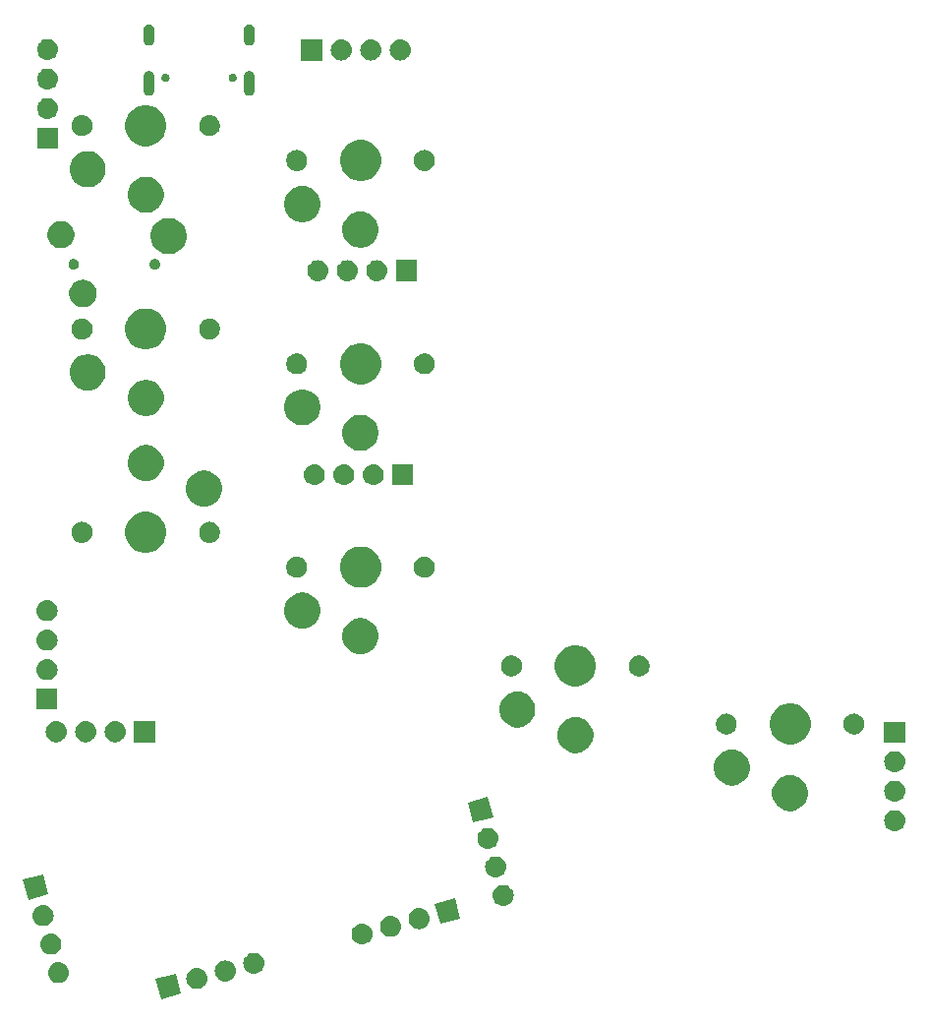
<source format=gbr>
G04 #@! TF.GenerationSoftware,KiCad,Pcbnew,(5.1.4)-1*
G04 #@! TF.CreationDate,2023-01-09T13:34:23-05:00*
G04 #@! TF.ProjectId,ThumbsUp,5468756d-6273-4557-902e-6b696361645f,rev?*
G04 #@! TF.SameCoordinates,Original*
G04 #@! TF.FileFunction,Soldermask,Top*
G04 #@! TF.FilePolarity,Negative*
%FSLAX46Y46*%
G04 Gerber Fmt 4.6, Leading zero omitted, Abs format (unit mm)*
G04 Created by KiCad (PCBNEW (5.1.4)-1) date 2023-01-09 13:34:23*
%MOMM*%
%LPD*%
G04 APERTURE LIST*
%ADD10C,0.100000*%
G04 APERTURE END LIST*
D10*
G36*
X166955165Y-473619626D02*
G01*
X165214567Y-474086018D01*
X164748175Y-472345420D01*
X166488773Y-471879028D01*
X166955165Y-473619626D01*
X166955165Y-473619626D01*
G37*
G36*
X168415564Y-471430641D02*
G01*
X168481749Y-471437160D01*
X168651588Y-471488680D01*
X168808113Y-471572345D01*
X168843851Y-471601675D01*
X168945308Y-471684937D01*
X169028570Y-471786394D01*
X169057900Y-471822132D01*
X169141565Y-471978657D01*
X169193085Y-472148496D01*
X169210481Y-472325123D01*
X169193085Y-472501750D01*
X169141565Y-472671589D01*
X169057900Y-472828114D01*
X169028570Y-472863852D01*
X168945308Y-472965309D01*
X168843851Y-473048571D01*
X168808113Y-473077901D01*
X168651588Y-473161566D01*
X168481749Y-473213086D01*
X168415565Y-473219604D01*
X168349382Y-473226123D01*
X168260862Y-473226123D01*
X168194679Y-473219604D01*
X168128495Y-473213086D01*
X167958656Y-473161566D01*
X167802131Y-473077901D01*
X167766393Y-473048571D01*
X167664936Y-472965309D01*
X167581674Y-472863852D01*
X167552344Y-472828114D01*
X167468679Y-472671589D01*
X167417159Y-472501750D01*
X167399763Y-472325123D01*
X167417159Y-472148496D01*
X167468679Y-471978657D01*
X167552344Y-471822132D01*
X167581674Y-471786394D01*
X167664936Y-471684937D01*
X167766393Y-471601675D01*
X167802131Y-471572345D01*
X167958656Y-471488680D01*
X168128495Y-471437160D01*
X168194680Y-471430641D01*
X168260862Y-471424123D01*
X168349382Y-471424123D01*
X168415564Y-471430641D01*
X168415564Y-471430641D01*
G37*
G36*
X156501573Y-470920497D02*
G01*
X156567757Y-470927015D01*
X156737596Y-470978535D01*
X156894121Y-471062200D01*
X156929859Y-471091530D01*
X157031316Y-471174792D01*
X157114578Y-471276249D01*
X157143908Y-471311987D01*
X157227573Y-471468512D01*
X157279093Y-471638351D01*
X157296489Y-471814978D01*
X157279093Y-471991605D01*
X157227573Y-472161444D01*
X157143908Y-472317969D01*
X157121379Y-472345420D01*
X157031316Y-472455164D01*
X156929859Y-472538426D01*
X156894121Y-472567756D01*
X156737596Y-472651421D01*
X156567757Y-472702941D01*
X156501572Y-472709460D01*
X156435390Y-472715978D01*
X156346870Y-472715978D01*
X156280688Y-472709460D01*
X156214503Y-472702941D01*
X156044664Y-472651421D01*
X155888139Y-472567756D01*
X155852401Y-472538426D01*
X155750944Y-472455164D01*
X155660881Y-472345420D01*
X155638352Y-472317969D01*
X155554687Y-472161444D01*
X155503167Y-471991605D01*
X155485771Y-471814978D01*
X155503167Y-471638351D01*
X155554687Y-471468512D01*
X155638352Y-471311987D01*
X155667682Y-471276249D01*
X155750944Y-471174792D01*
X155852401Y-471091530D01*
X155888139Y-471062200D01*
X156044664Y-470978535D01*
X156214503Y-470927015D01*
X156280687Y-470920497D01*
X156346870Y-470913978D01*
X156435390Y-470913978D01*
X156501573Y-470920497D01*
X156501573Y-470920497D01*
G37*
G36*
X170869016Y-470773241D02*
G01*
X170935200Y-470779759D01*
X171105039Y-470831279D01*
X171261564Y-470914944D01*
X171276272Y-470927015D01*
X171398759Y-471027536D01*
X171482021Y-471128993D01*
X171511351Y-471164731D01*
X171595016Y-471321256D01*
X171646536Y-471491095D01*
X171663932Y-471667722D01*
X171646536Y-471844349D01*
X171595016Y-472014188D01*
X171511351Y-472170713D01*
X171482021Y-472206451D01*
X171398759Y-472307908D01*
X171297302Y-472391170D01*
X171261564Y-472420500D01*
X171105039Y-472504165D01*
X170935200Y-472555685D01*
X170869016Y-472562203D01*
X170802833Y-472568722D01*
X170714313Y-472568722D01*
X170648130Y-472562203D01*
X170581946Y-472555685D01*
X170412107Y-472504165D01*
X170255582Y-472420500D01*
X170219844Y-472391170D01*
X170118387Y-472307908D01*
X170035125Y-472206451D01*
X170005795Y-472170713D01*
X169922130Y-472014188D01*
X169870610Y-471844349D01*
X169853214Y-471667722D01*
X169870610Y-471491095D01*
X169922130Y-471321256D01*
X170005795Y-471164731D01*
X170035125Y-471128993D01*
X170118387Y-471027536D01*
X170240874Y-470927015D01*
X170255582Y-470914944D01*
X170412107Y-470831279D01*
X170581946Y-470779759D01*
X170648130Y-470773241D01*
X170714313Y-470766722D01*
X170802833Y-470766722D01*
X170869016Y-470773241D01*
X170869016Y-470773241D01*
G37*
G36*
X173322468Y-470115841D02*
G01*
X173388652Y-470122359D01*
X173558491Y-470173879D01*
X173715016Y-470257544D01*
X173750754Y-470286874D01*
X173852211Y-470370136D01*
X173935473Y-470471593D01*
X173964803Y-470507331D01*
X174048468Y-470663856D01*
X174099988Y-470833695D01*
X174117384Y-471010322D01*
X174099988Y-471186949D01*
X174048468Y-471356788D01*
X173964803Y-471513313D01*
X173935473Y-471549051D01*
X173852211Y-471650508D01*
X173750754Y-471733770D01*
X173715016Y-471763100D01*
X173558491Y-471846765D01*
X173388652Y-471898285D01*
X173322468Y-471904803D01*
X173256285Y-471911322D01*
X173167765Y-471911322D01*
X173101582Y-471904803D01*
X173035398Y-471898285D01*
X172865559Y-471846765D01*
X172709034Y-471763100D01*
X172673296Y-471733770D01*
X172571839Y-471650508D01*
X172488577Y-471549051D01*
X172459247Y-471513313D01*
X172375582Y-471356788D01*
X172324062Y-471186949D01*
X172306666Y-471010322D01*
X172324062Y-470833695D01*
X172375582Y-470663856D01*
X172459247Y-470507331D01*
X172488577Y-470471593D01*
X172571839Y-470370136D01*
X172673296Y-470286874D01*
X172709034Y-470257544D01*
X172865559Y-470173879D01*
X173035398Y-470122359D01*
X173101582Y-470115841D01*
X173167765Y-470109322D01*
X173256285Y-470109322D01*
X173322468Y-470115841D01*
X173322468Y-470115841D01*
G37*
G36*
X155826562Y-468465310D02*
G01*
X155910357Y-468473563D01*
X156080196Y-468525083D01*
X156236721Y-468608748D01*
X156272459Y-468638078D01*
X156373916Y-468721340D01*
X156457178Y-468822797D01*
X156486508Y-468858535D01*
X156570173Y-469015060D01*
X156621693Y-469184899D01*
X156639089Y-469361526D01*
X156621693Y-469538153D01*
X156570173Y-469707992D01*
X156486508Y-469864517D01*
X156457178Y-469900255D01*
X156373916Y-470001712D01*
X156272459Y-470084974D01*
X156236721Y-470114304D01*
X156080196Y-470197969D01*
X155910357Y-470249489D01*
X155844173Y-470256007D01*
X155777990Y-470262526D01*
X155689470Y-470262526D01*
X155623287Y-470256007D01*
X155557103Y-470249489D01*
X155387264Y-470197969D01*
X155230739Y-470114304D01*
X155195001Y-470084974D01*
X155093544Y-470001712D01*
X155010282Y-469900255D01*
X154980952Y-469864517D01*
X154897287Y-469707992D01*
X154845767Y-469538153D01*
X154828371Y-469361526D01*
X154845767Y-469184899D01*
X154897287Y-469015060D01*
X154980952Y-468858535D01*
X155010282Y-468822797D01*
X155093544Y-468721340D01*
X155195001Y-468638078D01*
X155230739Y-468608748D01*
X155387264Y-468525083D01*
X155557103Y-468473563D01*
X155640898Y-468465310D01*
X155689470Y-468460526D01*
X155777990Y-468460526D01*
X155826562Y-468465310D01*
X155826562Y-468465310D01*
G37*
G36*
X182662112Y-467588043D02*
G01*
X182728296Y-467594561D01*
X182898135Y-467646081D01*
X183054660Y-467729746D01*
X183090398Y-467759076D01*
X183191855Y-467842338D01*
X183275117Y-467943795D01*
X183304447Y-467979533D01*
X183388112Y-468136058D01*
X183439632Y-468305897D01*
X183457028Y-468482524D01*
X183439632Y-468659151D01*
X183388112Y-468828990D01*
X183304447Y-468985515D01*
X183280200Y-469015060D01*
X183191855Y-469122710D01*
X183090398Y-469205972D01*
X183054660Y-469235302D01*
X182898135Y-469318967D01*
X182728296Y-469370487D01*
X182662112Y-469377005D01*
X182595929Y-469383524D01*
X182507409Y-469383524D01*
X182441226Y-469377005D01*
X182375042Y-469370487D01*
X182205203Y-469318967D01*
X182048678Y-469235302D01*
X182012940Y-469205972D01*
X181911483Y-469122710D01*
X181823138Y-469015060D01*
X181798891Y-468985515D01*
X181715226Y-468828990D01*
X181663706Y-468659151D01*
X181646310Y-468482524D01*
X181663706Y-468305897D01*
X181715226Y-468136058D01*
X181798891Y-467979533D01*
X181828221Y-467943795D01*
X181911483Y-467842338D01*
X182012940Y-467759076D01*
X182048678Y-467729746D01*
X182205203Y-467646081D01*
X182375042Y-467594561D01*
X182441226Y-467588043D01*
X182507409Y-467581524D01*
X182595929Y-467581524D01*
X182662112Y-467588043D01*
X182662112Y-467588043D01*
G37*
G36*
X185115564Y-466930643D02*
G01*
X185181748Y-466937161D01*
X185351587Y-466988681D01*
X185508112Y-467072346D01*
X185543850Y-467101676D01*
X185645307Y-467184938D01*
X185728569Y-467286395D01*
X185757899Y-467322133D01*
X185841564Y-467478658D01*
X185893084Y-467648497D01*
X185910480Y-467825124D01*
X185893084Y-468001751D01*
X185841564Y-468171590D01*
X185757899Y-468328115D01*
X185728569Y-468363853D01*
X185645307Y-468465310D01*
X185543850Y-468548572D01*
X185508112Y-468577902D01*
X185351587Y-468661567D01*
X185181748Y-468713087D01*
X185115564Y-468719605D01*
X185049381Y-468726124D01*
X184960861Y-468726124D01*
X184894678Y-468719605D01*
X184828494Y-468713087D01*
X184658655Y-468661567D01*
X184502130Y-468577902D01*
X184466392Y-468548572D01*
X184364935Y-468465310D01*
X184281673Y-468363853D01*
X184252343Y-468328115D01*
X184168678Y-468171590D01*
X184117158Y-468001751D01*
X184099762Y-467825124D01*
X184117158Y-467648497D01*
X184168678Y-467478658D01*
X184252343Y-467322133D01*
X184281673Y-467286395D01*
X184364935Y-467184938D01*
X184466392Y-467101676D01*
X184502130Y-467072346D01*
X184658655Y-466988681D01*
X184828494Y-466937161D01*
X184894678Y-466930643D01*
X184960861Y-466924124D01*
X185049381Y-466924124D01*
X185115564Y-466930643D01*
X185115564Y-466930643D01*
G37*
G36*
X187569014Y-466273241D02*
G01*
X187635199Y-466279760D01*
X187805038Y-466331280D01*
X187961563Y-466414945D01*
X187997301Y-466444275D01*
X188098758Y-466527537D01*
X188182020Y-466628994D01*
X188211350Y-466664732D01*
X188295015Y-466821257D01*
X188346535Y-466991096D01*
X188363931Y-467167723D01*
X188346535Y-467344350D01*
X188295015Y-467514189D01*
X188211350Y-467670714D01*
X188182020Y-467706452D01*
X188098758Y-467807909D01*
X187997301Y-467891171D01*
X187961563Y-467920501D01*
X187805038Y-468004166D01*
X187635199Y-468055686D01*
X187569014Y-468062205D01*
X187502832Y-468068723D01*
X187414312Y-468068723D01*
X187348130Y-468062205D01*
X187281945Y-468055686D01*
X187112106Y-468004166D01*
X186955581Y-467920501D01*
X186919843Y-467891171D01*
X186818386Y-467807909D01*
X186735124Y-467706452D01*
X186705794Y-467670714D01*
X186622129Y-467514189D01*
X186570609Y-467344350D01*
X186553213Y-467167723D01*
X186570609Y-466991096D01*
X186622129Y-466821257D01*
X186705794Y-466664732D01*
X186735124Y-466628994D01*
X186818386Y-466527537D01*
X186919843Y-466444275D01*
X186955581Y-466414945D01*
X187112106Y-466331280D01*
X187281945Y-466279760D01*
X187348130Y-466273241D01*
X187414312Y-466266723D01*
X187502832Y-466266723D01*
X187569014Y-466273241D01*
X187569014Y-466273241D01*
G37*
G36*
X155186772Y-466013594D02*
G01*
X155252956Y-466020112D01*
X155422795Y-466071632D01*
X155579320Y-466155297D01*
X155615058Y-466184627D01*
X155716515Y-466267889D01*
X155799777Y-466369346D01*
X155829107Y-466405084D01*
X155912772Y-466561609D01*
X155964292Y-466731448D01*
X155981688Y-466908075D01*
X155964292Y-467084702D01*
X155912772Y-467254541D01*
X155829107Y-467411066D01*
X155799777Y-467446804D01*
X155716515Y-467548261D01*
X155636632Y-467613818D01*
X155579320Y-467660853D01*
X155422795Y-467744518D01*
X155252956Y-467796038D01*
X155186772Y-467802556D01*
X155120589Y-467809075D01*
X155032069Y-467809075D01*
X154965886Y-467802556D01*
X154899702Y-467796038D01*
X154729863Y-467744518D01*
X154573338Y-467660853D01*
X154516026Y-467613818D01*
X154436143Y-467548261D01*
X154352881Y-467446804D01*
X154323551Y-467411066D01*
X154239886Y-467254541D01*
X154188366Y-467084702D01*
X154170970Y-466908075D01*
X154188366Y-466731448D01*
X154239886Y-466561609D01*
X154323551Y-466405084D01*
X154352881Y-466369346D01*
X154436143Y-466267889D01*
X154537600Y-466184627D01*
X154573338Y-466155297D01*
X154729863Y-466071632D01*
X154899702Y-466020112D01*
X154965886Y-466013594D01*
X155032069Y-466007075D01*
X155120589Y-466007075D01*
X155186772Y-466013594D01*
X155186772Y-466013594D01*
G37*
G36*
X191015519Y-467147426D02*
G01*
X189274921Y-467613818D01*
X188808529Y-465873220D01*
X190549127Y-465406828D01*
X191015519Y-467147426D01*
X191015519Y-467147426D01*
G37*
G36*
X194809069Y-464273777D02*
G01*
X194875253Y-464280295D01*
X195045092Y-464331815D01*
X195201617Y-464415480D01*
X195237355Y-464444810D01*
X195338812Y-464528072D01*
X195422074Y-464629529D01*
X195451404Y-464665267D01*
X195535069Y-464821792D01*
X195586589Y-464991631D01*
X195603985Y-465168258D01*
X195586589Y-465344885D01*
X195535069Y-465514724D01*
X195451404Y-465671249D01*
X195422074Y-465706987D01*
X195338812Y-465808444D01*
X195259881Y-465873220D01*
X195201617Y-465921036D01*
X195045092Y-466004701D01*
X194875253Y-466056221D01*
X194809068Y-466062740D01*
X194742886Y-466069258D01*
X194654366Y-466069258D01*
X194588184Y-466062740D01*
X194521999Y-466056221D01*
X194352160Y-466004701D01*
X194195635Y-465921036D01*
X194137371Y-465873220D01*
X194058440Y-465808444D01*
X193975178Y-465706987D01*
X193945848Y-465671249D01*
X193862183Y-465514724D01*
X193810663Y-465344885D01*
X193793267Y-465168258D01*
X193810663Y-464991631D01*
X193862183Y-464821792D01*
X193945848Y-464665267D01*
X193975178Y-464629529D01*
X194058440Y-464528072D01*
X194159897Y-464444810D01*
X194195635Y-464415480D01*
X194352160Y-464331815D01*
X194521999Y-464280295D01*
X194588183Y-464273777D01*
X194654366Y-464267258D01*
X194742886Y-464267258D01*
X194809069Y-464273777D01*
X194809069Y-464273777D01*
G37*
G36*
X155522424Y-465091726D02*
G01*
X153781826Y-465558118D01*
X153315434Y-463817520D01*
X155056032Y-463351128D01*
X155522424Y-465091726D01*
X155522424Y-465091726D01*
G37*
G36*
X194151668Y-461820324D02*
G01*
X194217853Y-461826843D01*
X194387692Y-461878363D01*
X194544217Y-461962028D01*
X194579955Y-461991358D01*
X194681412Y-462074620D01*
X194764674Y-462176077D01*
X194794004Y-462211815D01*
X194877669Y-462368340D01*
X194929189Y-462538179D01*
X194946585Y-462714806D01*
X194929189Y-462891433D01*
X194877669Y-463061272D01*
X194794004Y-463217797D01*
X194764674Y-463253535D01*
X194681412Y-463354992D01*
X194579955Y-463438254D01*
X194544217Y-463467584D01*
X194387692Y-463551249D01*
X194217853Y-463602769D01*
X194151669Y-463609287D01*
X194085486Y-463615806D01*
X193996966Y-463615806D01*
X193930783Y-463609287D01*
X193864599Y-463602769D01*
X193694760Y-463551249D01*
X193538235Y-463467584D01*
X193502497Y-463438254D01*
X193401040Y-463354992D01*
X193317778Y-463253535D01*
X193288448Y-463217797D01*
X193204783Y-463061272D01*
X193153263Y-462891433D01*
X193135867Y-462714806D01*
X193153263Y-462538179D01*
X193204783Y-462368340D01*
X193288448Y-462211815D01*
X193317778Y-462176077D01*
X193401040Y-462074620D01*
X193502497Y-461991358D01*
X193538235Y-461962028D01*
X193694760Y-461878363D01*
X193864599Y-461826843D01*
X193930784Y-461820324D01*
X193996966Y-461813806D01*
X194085486Y-461813806D01*
X194151668Y-461820324D01*
X194151668Y-461820324D01*
G37*
G36*
X193494267Y-459366873D02*
G01*
X193560452Y-459373392D01*
X193730291Y-459424912D01*
X193886816Y-459508577D01*
X193922554Y-459537907D01*
X194024011Y-459621169D01*
X194107273Y-459722626D01*
X194136603Y-459758364D01*
X194220268Y-459914889D01*
X194271788Y-460084728D01*
X194289184Y-460261355D01*
X194271788Y-460437982D01*
X194220268Y-460607821D01*
X194136603Y-460764346D01*
X194107273Y-460800084D01*
X194024011Y-460901541D01*
X193922554Y-460984803D01*
X193886816Y-461014133D01*
X193730291Y-461097798D01*
X193560452Y-461149318D01*
X193494268Y-461155836D01*
X193428085Y-461162355D01*
X193339565Y-461162355D01*
X193273382Y-461155836D01*
X193207198Y-461149318D01*
X193037359Y-461097798D01*
X192880834Y-461014133D01*
X192845096Y-460984803D01*
X192743639Y-460901541D01*
X192660377Y-460800084D01*
X192631047Y-460764346D01*
X192547382Y-460607821D01*
X192495862Y-460437982D01*
X192478466Y-460261355D01*
X192495862Y-460084728D01*
X192547382Y-459914889D01*
X192631047Y-459758364D01*
X192660377Y-459722626D01*
X192743639Y-459621169D01*
X192845096Y-459537907D01*
X192880834Y-459508577D01*
X193037359Y-459424912D01*
X193207198Y-459373392D01*
X193273383Y-459366873D01*
X193339565Y-459360355D01*
X193428085Y-459360355D01*
X193494267Y-459366873D01*
X193494267Y-459366873D01*
G37*
G36*
X228522467Y-457835840D02*
G01*
X228588652Y-457842359D01*
X228758491Y-457893879D01*
X228915016Y-457977544D01*
X228950754Y-458006874D01*
X229052211Y-458090136D01*
X229135473Y-458191593D01*
X229164803Y-458227331D01*
X229248468Y-458383856D01*
X229299988Y-458553695D01*
X229317384Y-458730322D01*
X229299988Y-458906949D01*
X229248468Y-459076788D01*
X229164803Y-459233313D01*
X229135473Y-459269051D01*
X229052211Y-459370508D01*
X228985917Y-459424913D01*
X228915016Y-459483100D01*
X228758491Y-459566765D01*
X228588652Y-459618285D01*
X228522467Y-459624804D01*
X228456285Y-459631322D01*
X228367765Y-459631322D01*
X228301583Y-459624804D01*
X228235398Y-459618285D01*
X228065559Y-459566765D01*
X227909034Y-459483100D01*
X227838133Y-459424913D01*
X227771839Y-459370508D01*
X227688577Y-459269051D01*
X227659247Y-459233313D01*
X227575582Y-459076788D01*
X227524062Y-458906949D01*
X227506666Y-458730322D01*
X227524062Y-458553695D01*
X227575582Y-458383856D01*
X227659247Y-458227331D01*
X227688577Y-458191593D01*
X227771839Y-458090136D01*
X227873296Y-458006874D01*
X227909034Y-457977544D01*
X228065559Y-457893879D01*
X228235398Y-457842359D01*
X228301583Y-457835840D01*
X228367765Y-457829322D01*
X228456285Y-457829322D01*
X228522467Y-457835840D01*
X228522467Y-457835840D01*
G37*
G36*
X193829920Y-458445006D02*
G01*
X192089322Y-458911398D01*
X191622930Y-457170800D01*
X193363528Y-456704408D01*
X193829920Y-458445006D01*
X193829920Y-458445006D01*
G37*
G36*
X219714610Y-454839124D02*
G01*
X219864435Y-454868926D01*
X220146699Y-454985843D01*
X220400730Y-455155581D01*
X220616766Y-455371617D01*
X220786504Y-455625648D01*
X220903421Y-455907912D01*
X220963025Y-456207562D01*
X220963025Y-456513082D01*
X220903421Y-456812732D01*
X220786504Y-457094996D01*
X220616766Y-457349027D01*
X220400730Y-457565063D01*
X220146699Y-457734801D01*
X219864435Y-457851718D01*
X219714610Y-457881520D01*
X219564786Y-457911322D01*
X219259264Y-457911322D01*
X219109440Y-457881520D01*
X218959615Y-457851718D01*
X218677351Y-457734801D01*
X218423320Y-457565063D01*
X218207284Y-457349027D01*
X218037546Y-457094996D01*
X217920629Y-456812732D01*
X217861025Y-456513082D01*
X217861025Y-456207562D01*
X217920629Y-455907912D01*
X218037546Y-455625648D01*
X218207284Y-455371617D01*
X218423320Y-455155581D01*
X218677351Y-454985843D01*
X218959615Y-454868926D01*
X219109440Y-454839124D01*
X219259264Y-454809322D01*
X219564786Y-454809322D01*
X219714610Y-454839124D01*
X219714610Y-454839124D01*
G37*
G36*
X228522467Y-455295840D02*
G01*
X228588652Y-455302359D01*
X228758491Y-455353879D01*
X228915016Y-455437544D01*
X228950754Y-455466874D01*
X229052211Y-455550136D01*
X229135473Y-455651593D01*
X229164803Y-455687331D01*
X229248468Y-455843856D01*
X229299988Y-456013695D01*
X229317384Y-456190322D01*
X229299988Y-456366949D01*
X229248468Y-456536788D01*
X229164803Y-456693313D01*
X229135473Y-456729051D01*
X229052211Y-456830508D01*
X228950754Y-456913770D01*
X228915016Y-456943100D01*
X228758491Y-457026765D01*
X228588652Y-457078285D01*
X228522468Y-457084803D01*
X228456285Y-457091322D01*
X228367765Y-457091322D01*
X228301582Y-457084803D01*
X228235398Y-457078285D01*
X228065559Y-457026765D01*
X227909034Y-456943100D01*
X227873296Y-456913770D01*
X227771839Y-456830508D01*
X227688577Y-456729051D01*
X227659247Y-456693313D01*
X227575582Y-456536788D01*
X227524062Y-456366949D01*
X227506666Y-456190322D01*
X227524062Y-456013695D01*
X227575582Y-455843856D01*
X227659247Y-455687331D01*
X227688577Y-455651593D01*
X227771839Y-455550136D01*
X227873296Y-455466874D01*
X227909034Y-455437544D01*
X228065559Y-455353879D01*
X228235398Y-455302359D01*
X228301583Y-455295840D01*
X228367765Y-455289322D01*
X228456285Y-455289322D01*
X228522467Y-455295840D01*
X228522467Y-455295840D01*
G37*
G36*
X214714610Y-452639124D02*
G01*
X214864435Y-452668926D01*
X215146699Y-452785843D01*
X215400730Y-452955581D01*
X215616766Y-453171617D01*
X215786504Y-453425648D01*
X215903421Y-453707912D01*
X215903421Y-453707913D01*
X215960883Y-453996790D01*
X215963025Y-454007562D01*
X215963025Y-454313082D01*
X215903421Y-454612732D01*
X215786504Y-454894996D01*
X215616766Y-455149027D01*
X215400730Y-455365063D01*
X215146699Y-455534801D01*
X214864435Y-455651718D01*
X214714610Y-455681520D01*
X214564786Y-455711322D01*
X214259264Y-455711322D01*
X214109440Y-455681520D01*
X213959615Y-455651718D01*
X213677351Y-455534801D01*
X213423320Y-455365063D01*
X213207284Y-455149027D01*
X213037546Y-454894996D01*
X212920629Y-454612732D01*
X212861025Y-454313082D01*
X212861025Y-454007562D01*
X212863168Y-453996790D01*
X212920629Y-453707913D01*
X212920629Y-453707912D01*
X213037546Y-453425648D01*
X213207284Y-453171617D01*
X213423320Y-452955581D01*
X213677351Y-452785843D01*
X213959615Y-452668926D01*
X214109440Y-452639124D01*
X214259264Y-452609322D01*
X214564786Y-452609322D01*
X214714610Y-452639124D01*
X214714610Y-452639124D01*
G37*
G36*
X228522468Y-452755841D02*
G01*
X228588652Y-452762359D01*
X228758491Y-452813879D01*
X228915016Y-452897544D01*
X228950754Y-452926874D01*
X229052211Y-453010136D01*
X229135473Y-453111593D01*
X229164803Y-453147331D01*
X229248468Y-453303856D01*
X229299988Y-453473695D01*
X229317384Y-453650322D01*
X229299988Y-453826949D01*
X229248468Y-453996788D01*
X229164803Y-454153313D01*
X229135473Y-454189051D01*
X229052211Y-454290508D01*
X228950754Y-454373770D01*
X228915016Y-454403100D01*
X228758491Y-454486765D01*
X228588652Y-454538285D01*
X228522468Y-454544803D01*
X228456285Y-454551322D01*
X228367765Y-454551322D01*
X228301582Y-454544803D01*
X228235398Y-454538285D01*
X228065559Y-454486765D01*
X227909034Y-454403100D01*
X227873296Y-454373770D01*
X227771839Y-454290508D01*
X227688577Y-454189051D01*
X227659247Y-454153313D01*
X227575582Y-453996788D01*
X227524062Y-453826949D01*
X227506666Y-453650322D01*
X227524062Y-453473695D01*
X227575582Y-453303856D01*
X227659247Y-453147331D01*
X227688577Y-453111593D01*
X227771839Y-453010136D01*
X227873296Y-452926874D01*
X227909034Y-452897544D01*
X228065559Y-452813879D01*
X228235398Y-452762359D01*
X228301582Y-452755841D01*
X228367765Y-452749322D01*
X228456285Y-452749322D01*
X228522468Y-452755841D01*
X228522468Y-452755841D01*
G37*
G36*
X201195853Y-449835394D02*
G01*
X201364435Y-449868927D01*
X201646699Y-449985844D01*
X201900730Y-450155582D01*
X202116766Y-450371618D01*
X202286504Y-450625649D01*
X202403421Y-450907913D01*
X202403421Y-450907914D01*
X202463025Y-451207562D01*
X202463025Y-451513084D01*
X202433223Y-451662908D01*
X202403421Y-451812733D01*
X202286504Y-452094997D01*
X202116766Y-452349028D01*
X201900730Y-452565064D01*
X201646699Y-452734802D01*
X201364435Y-452851719D01*
X201214610Y-452881521D01*
X201064786Y-452911323D01*
X200759264Y-452911323D01*
X200609440Y-452881521D01*
X200459615Y-452851719D01*
X200177351Y-452734802D01*
X199923320Y-452565064D01*
X199707284Y-452349028D01*
X199537546Y-452094997D01*
X199420629Y-451812733D01*
X199390827Y-451662908D01*
X199361025Y-451513084D01*
X199361025Y-451207562D01*
X199420629Y-450907914D01*
X199420629Y-450907913D01*
X199537546Y-450625649D01*
X199707284Y-450371618D01*
X199923320Y-450155582D01*
X200177351Y-449985844D01*
X200459615Y-449868927D01*
X200628197Y-449835394D01*
X200759264Y-449809323D01*
X201064786Y-449809323D01*
X201195853Y-449835394D01*
X201195853Y-449835394D01*
G37*
G36*
X219927001Y-448712669D02*
G01*
X220248301Y-448845756D01*
X220248303Y-448845757D01*
X220537465Y-449038969D01*
X220783378Y-449284882D01*
X220932743Y-449508422D01*
X220976591Y-449574046D01*
X221109678Y-449895346D01*
X221177525Y-450236434D01*
X221177525Y-450584210D01*
X221109678Y-450925298D01*
X221032809Y-451110876D01*
X220976590Y-451246600D01*
X220783378Y-451535762D01*
X220537465Y-451781675D01*
X220248303Y-451974887D01*
X220248302Y-451974888D01*
X220248301Y-451974888D01*
X219927001Y-452107975D01*
X219585913Y-452175822D01*
X219238137Y-452175822D01*
X218897049Y-452107975D01*
X218575749Y-451974888D01*
X218575748Y-451974888D01*
X218575747Y-451974887D01*
X218286585Y-451781675D01*
X218040672Y-451535762D01*
X217847460Y-451246600D01*
X217791241Y-451110876D01*
X217714372Y-450925298D01*
X217646525Y-450584210D01*
X217646525Y-450236434D01*
X217714372Y-449895346D01*
X217847459Y-449574046D01*
X217891308Y-449508422D01*
X218040672Y-449284882D01*
X218286585Y-449038969D01*
X218575747Y-448845757D01*
X218575749Y-448845756D01*
X218897049Y-448712669D01*
X219238137Y-448644822D01*
X219585913Y-448644822D01*
X219927001Y-448712669D01*
X219927001Y-448712669D01*
G37*
G36*
X229313025Y-452011322D02*
G01*
X227511025Y-452011322D01*
X227511025Y-450209322D01*
X229313025Y-450209322D01*
X229313025Y-452011322D01*
X229313025Y-452011322D01*
G37*
G36*
X156306363Y-450190490D02*
G01*
X156372548Y-450197009D01*
X156542387Y-450248529D01*
X156698912Y-450332194D01*
X156734650Y-450361524D01*
X156836107Y-450444786D01*
X156909980Y-450534802D01*
X156948699Y-450581981D01*
X157032364Y-450738506D01*
X157083884Y-450908345D01*
X157101280Y-451084972D01*
X157083884Y-451261599D01*
X157032364Y-451431438D01*
X156948699Y-451587963D01*
X156919369Y-451623701D01*
X156836107Y-451725158D01*
X156734650Y-451808420D01*
X156698912Y-451837750D01*
X156542387Y-451921415D01*
X156372548Y-451972935D01*
X156306364Y-451979453D01*
X156240181Y-451985972D01*
X156151661Y-451985972D01*
X156085478Y-451979453D01*
X156019294Y-451972935D01*
X155849455Y-451921415D01*
X155692930Y-451837750D01*
X155657192Y-451808420D01*
X155555735Y-451725158D01*
X155472473Y-451623701D01*
X155443143Y-451587963D01*
X155359478Y-451431438D01*
X155307958Y-451261599D01*
X155290562Y-451084972D01*
X155307958Y-450908345D01*
X155359478Y-450738506D01*
X155443143Y-450581981D01*
X155481862Y-450534802D01*
X155555735Y-450444786D01*
X155657192Y-450361524D01*
X155692930Y-450332194D01*
X155849455Y-450248529D01*
X156019294Y-450197009D01*
X156085479Y-450190490D01*
X156151661Y-450183972D01*
X156240181Y-450183972D01*
X156306363Y-450190490D01*
X156306363Y-450190490D01*
G37*
G36*
X161386363Y-450190490D02*
G01*
X161452548Y-450197009D01*
X161622387Y-450248529D01*
X161778912Y-450332194D01*
X161814650Y-450361524D01*
X161916107Y-450444786D01*
X161989980Y-450534802D01*
X162028699Y-450581981D01*
X162112364Y-450738506D01*
X162163884Y-450908345D01*
X162181280Y-451084972D01*
X162163884Y-451261599D01*
X162112364Y-451431438D01*
X162028699Y-451587963D01*
X161999369Y-451623701D01*
X161916107Y-451725158D01*
X161814650Y-451808420D01*
X161778912Y-451837750D01*
X161622387Y-451921415D01*
X161452548Y-451972935D01*
X161386364Y-451979453D01*
X161320181Y-451985972D01*
X161231661Y-451985972D01*
X161165478Y-451979453D01*
X161099294Y-451972935D01*
X160929455Y-451921415D01*
X160772930Y-451837750D01*
X160737192Y-451808420D01*
X160635735Y-451725158D01*
X160552473Y-451623701D01*
X160523143Y-451587963D01*
X160439478Y-451431438D01*
X160387958Y-451261599D01*
X160370562Y-451084972D01*
X160387958Y-450908345D01*
X160439478Y-450738506D01*
X160523143Y-450581981D01*
X160561862Y-450534802D01*
X160635735Y-450444786D01*
X160737192Y-450361524D01*
X160772930Y-450332194D01*
X160929455Y-450248529D01*
X161099294Y-450197009D01*
X161165479Y-450190490D01*
X161231661Y-450183972D01*
X161320181Y-450183972D01*
X161386363Y-450190490D01*
X161386363Y-450190490D01*
G37*
G36*
X158846363Y-450190490D02*
G01*
X158912548Y-450197009D01*
X159082387Y-450248529D01*
X159238912Y-450332194D01*
X159274650Y-450361524D01*
X159376107Y-450444786D01*
X159449980Y-450534802D01*
X159488699Y-450581981D01*
X159572364Y-450738506D01*
X159623884Y-450908345D01*
X159641280Y-451084972D01*
X159623884Y-451261599D01*
X159572364Y-451431438D01*
X159488699Y-451587963D01*
X159459369Y-451623701D01*
X159376107Y-451725158D01*
X159274650Y-451808420D01*
X159238912Y-451837750D01*
X159082387Y-451921415D01*
X158912548Y-451972935D01*
X158846364Y-451979453D01*
X158780181Y-451985972D01*
X158691661Y-451985972D01*
X158625478Y-451979453D01*
X158559294Y-451972935D01*
X158389455Y-451921415D01*
X158232930Y-451837750D01*
X158197192Y-451808420D01*
X158095735Y-451725158D01*
X158012473Y-451623701D01*
X157983143Y-451587963D01*
X157899478Y-451431438D01*
X157847958Y-451261599D01*
X157830562Y-451084972D01*
X157847958Y-450908345D01*
X157899478Y-450738506D01*
X157983143Y-450581981D01*
X158021862Y-450534802D01*
X158095735Y-450444786D01*
X158197192Y-450361524D01*
X158232930Y-450332194D01*
X158389455Y-450248529D01*
X158559294Y-450197009D01*
X158625479Y-450190490D01*
X158691661Y-450183972D01*
X158780181Y-450183972D01*
X158846363Y-450190490D01*
X158846363Y-450190490D01*
G37*
G36*
X164716921Y-451985972D02*
G01*
X162914921Y-451985972D01*
X162914921Y-450183972D01*
X164716921Y-450183972D01*
X164716921Y-451985972D01*
X164716921Y-451985972D01*
G37*
G36*
X214087977Y-449525752D02*
G01*
X214175100Y-449543081D01*
X214284523Y-449588406D01*
X214339236Y-449611069D01*
X214485958Y-449709105D01*
X214486953Y-449709770D01*
X214612577Y-449835394D01*
X214612579Y-449835397D01*
X214711278Y-449983111D01*
X214711278Y-449983112D01*
X214779266Y-450147247D01*
X214813925Y-450321493D01*
X214813925Y-450499151D01*
X214779266Y-450673397D01*
X214733941Y-450782820D01*
X214711278Y-450837533D01*
X214652635Y-450925299D01*
X214612577Y-450985250D01*
X214486953Y-451110874D01*
X214486950Y-451110876D01*
X214339236Y-451209575D01*
X214284523Y-451232238D01*
X214175100Y-451277563D01*
X214087977Y-451294893D01*
X214000856Y-451312222D01*
X213823194Y-451312222D01*
X213736073Y-451294893D01*
X213648950Y-451277563D01*
X213539527Y-451232238D01*
X213484814Y-451209575D01*
X213337100Y-451110876D01*
X213337097Y-451110874D01*
X213211473Y-450985250D01*
X213171415Y-450925299D01*
X213112772Y-450837533D01*
X213090109Y-450782820D01*
X213044784Y-450673397D01*
X213010125Y-450499151D01*
X213010125Y-450321493D01*
X213044784Y-450147247D01*
X213112772Y-449983112D01*
X213112772Y-449983111D01*
X213211471Y-449835397D01*
X213211473Y-449835394D01*
X213337097Y-449709770D01*
X213338092Y-449709105D01*
X213484814Y-449611069D01*
X213539527Y-449588406D01*
X213648950Y-449543081D01*
X213736073Y-449525752D01*
X213823194Y-449508422D01*
X214000856Y-449508422D01*
X214087977Y-449525752D01*
X214087977Y-449525752D01*
G37*
G36*
X225087977Y-449525752D02*
G01*
X225175100Y-449543081D01*
X225284523Y-449588406D01*
X225339236Y-449611069D01*
X225485958Y-449709105D01*
X225486953Y-449709770D01*
X225612577Y-449835394D01*
X225612579Y-449835397D01*
X225711278Y-449983111D01*
X225711278Y-449983112D01*
X225779266Y-450147247D01*
X225813925Y-450321493D01*
X225813925Y-450499151D01*
X225779266Y-450673397D01*
X225733941Y-450782820D01*
X225711278Y-450837533D01*
X225652635Y-450925299D01*
X225612577Y-450985250D01*
X225486953Y-451110874D01*
X225486950Y-451110876D01*
X225339236Y-451209575D01*
X225284523Y-451232238D01*
X225175100Y-451277563D01*
X225087977Y-451294893D01*
X225000856Y-451312222D01*
X224823194Y-451312222D01*
X224736073Y-451294893D01*
X224648950Y-451277563D01*
X224539527Y-451232238D01*
X224484814Y-451209575D01*
X224337100Y-451110876D01*
X224337097Y-451110874D01*
X224211473Y-450985250D01*
X224171415Y-450925299D01*
X224112772Y-450837533D01*
X224090109Y-450782820D01*
X224044784Y-450673397D01*
X224010125Y-450499151D01*
X224010125Y-450321493D01*
X224044784Y-450147247D01*
X224112772Y-449983112D01*
X224112772Y-449983111D01*
X224211471Y-449835397D01*
X224211473Y-449835394D01*
X224337097Y-449709770D01*
X224338092Y-449709105D01*
X224484814Y-449611069D01*
X224539527Y-449588406D01*
X224648950Y-449543081D01*
X224736073Y-449525752D01*
X224823194Y-449508422D01*
X225000856Y-449508422D01*
X225087977Y-449525752D01*
X225087977Y-449525752D01*
G37*
G36*
X196214610Y-447639125D02*
G01*
X196364435Y-447668927D01*
X196646699Y-447785844D01*
X196900730Y-447955582D01*
X197116766Y-448171618D01*
X197286504Y-448425649D01*
X197403421Y-448707913D01*
X197463025Y-449007563D01*
X197463025Y-449313083D01*
X197403421Y-449612733D01*
X197286504Y-449894997D01*
X197116766Y-450149028D01*
X196900730Y-450365064D01*
X196646699Y-450534802D01*
X196364435Y-450651719D01*
X196255462Y-450673395D01*
X196064786Y-450711323D01*
X195759264Y-450711323D01*
X195568588Y-450673395D01*
X195459615Y-450651719D01*
X195177351Y-450534802D01*
X194923320Y-450365064D01*
X194707284Y-450149028D01*
X194537546Y-449894997D01*
X194420629Y-449612733D01*
X194361025Y-449313083D01*
X194361025Y-449007563D01*
X194420629Y-448707913D01*
X194537546Y-448425649D01*
X194707284Y-448171618D01*
X194923320Y-447955582D01*
X195177351Y-447785844D01*
X195459615Y-447668927D01*
X195609440Y-447639125D01*
X195759264Y-447609323D01*
X196064786Y-447609323D01*
X196214610Y-447639125D01*
X196214610Y-447639125D01*
G37*
G36*
X156313019Y-449181280D02*
G01*
X154511019Y-449181280D01*
X154511019Y-447379280D01*
X156313019Y-447379280D01*
X156313019Y-449181280D01*
X156313019Y-449181280D01*
G37*
G36*
X201427001Y-443712670D02*
G01*
X201735525Y-443840465D01*
X201748303Y-443845758D01*
X202037465Y-444038970D01*
X202283378Y-444284883D01*
X202432743Y-444508423D01*
X202476591Y-444574047D01*
X202609678Y-444895347D01*
X202677525Y-445236435D01*
X202677525Y-445584211D01*
X202609678Y-445925299D01*
X202476591Y-446246599D01*
X202476590Y-446246601D01*
X202283378Y-446535763D01*
X202037465Y-446781676D01*
X201748303Y-446974888D01*
X201748302Y-446974889D01*
X201748301Y-446974889D01*
X201427001Y-447107976D01*
X201085913Y-447175823D01*
X200738137Y-447175823D01*
X200397049Y-447107976D01*
X200075749Y-446974889D01*
X200075748Y-446974889D01*
X200075747Y-446974888D01*
X199786585Y-446781676D01*
X199540672Y-446535763D01*
X199347460Y-446246601D01*
X199347459Y-446246599D01*
X199214372Y-445925299D01*
X199146525Y-445584211D01*
X199146525Y-445236435D01*
X199214372Y-444895347D01*
X199347459Y-444574047D01*
X199391308Y-444508423D01*
X199540672Y-444284883D01*
X199786585Y-444038970D01*
X200075747Y-443845758D01*
X200088525Y-443840465D01*
X200397049Y-443712670D01*
X200738137Y-443644823D01*
X201085913Y-443644823D01*
X201427001Y-443712670D01*
X201427001Y-443712670D01*
G37*
G36*
X155522461Y-444845798D02*
G01*
X155588646Y-444852317D01*
X155758485Y-444903837D01*
X155915010Y-444987502D01*
X155950748Y-445016832D01*
X156052205Y-445100094D01*
X156135467Y-445201551D01*
X156164797Y-445237289D01*
X156248462Y-445393814D01*
X156299982Y-445563653D01*
X156317378Y-445740280D01*
X156299982Y-445916907D01*
X156248462Y-446086746D01*
X156164797Y-446243271D01*
X156162064Y-446246601D01*
X156052205Y-446380466D01*
X155950748Y-446463728D01*
X155915010Y-446493058D01*
X155758485Y-446576723D01*
X155588646Y-446628243D01*
X155522461Y-446634762D01*
X155456279Y-446641280D01*
X155367759Y-446641280D01*
X155301577Y-446634762D01*
X155235392Y-446628243D01*
X155065553Y-446576723D01*
X154909028Y-446493058D01*
X154873290Y-446463728D01*
X154771833Y-446380466D01*
X154661974Y-446246601D01*
X154659241Y-446243271D01*
X154575576Y-446086746D01*
X154524056Y-445916907D01*
X154506660Y-445740280D01*
X154524056Y-445563653D01*
X154575576Y-445393814D01*
X154659241Y-445237289D01*
X154688571Y-445201551D01*
X154771833Y-445100094D01*
X154873290Y-445016832D01*
X154909028Y-444987502D01*
X155065553Y-444903837D01*
X155235392Y-444852317D01*
X155301577Y-444845798D01*
X155367759Y-444839280D01*
X155456279Y-444839280D01*
X155522461Y-444845798D01*
X155522461Y-444845798D01*
G37*
G36*
X206587977Y-444525752D02*
G01*
X206675100Y-444543082D01*
X206784523Y-444588407D01*
X206839236Y-444611070D01*
X206985958Y-444709106D01*
X206986953Y-444709771D01*
X207112577Y-444835395D01*
X207112579Y-444835398D01*
X207211278Y-444983112D01*
X207211278Y-444983113D01*
X207279266Y-445147248D01*
X207313925Y-445321494D01*
X207313925Y-445499152D01*
X207279266Y-445673398D01*
X207251562Y-445740280D01*
X207211278Y-445837534D01*
X207152635Y-445925300D01*
X207112577Y-445985251D01*
X206986953Y-446110875D01*
X206986950Y-446110877D01*
X206839236Y-446209576D01*
X206784523Y-446232239D01*
X206675100Y-446277564D01*
X206587977Y-446294893D01*
X206500856Y-446312223D01*
X206323194Y-446312223D01*
X206236073Y-446294893D01*
X206148950Y-446277564D01*
X206039527Y-446232239D01*
X205984814Y-446209576D01*
X205837100Y-446110877D01*
X205837097Y-446110875D01*
X205711473Y-445985251D01*
X205671415Y-445925300D01*
X205612772Y-445837534D01*
X205572488Y-445740280D01*
X205544784Y-445673398D01*
X205510125Y-445499152D01*
X205510125Y-445321494D01*
X205544784Y-445147248D01*
X205612772Y-444983113D01*
X205612772Y-444983112D01*
X205711471Y-444835398D01*
X205711473Y-444835395D01*
X205837097Y-444709771D01*
X205838092Y-444709106D01*
X205984814Y-444611070D01*
X206039527Y-444588407D01*
X206148950Y-444543082D01*
X206236073Y-444525752D01*
X206323194Y-444508423D01*
X206500856Y-444508423D01*
X206587977Y-444525752D01*
X206587977Y-444525752D01*
G37*
G36*
X195587977Y-444525752D02*
G01*
X195675100Y-444543082D01*
X195784523Y-444588407D01*
X195839236Y-444611070D01*
X195985958Y-444709106D01*
X195986953Y-444709771D01*
X196112577Y-444835395D01*
X196112579Y-444835398D01*
X196211278Y-444983112D01*
X196211278Y-444983113D01*
X196279266Y-445147248D01*
X196313925Y-445321494D01*
X196313925Y-445499152D01*
X196279266Y-445673398D01*
X196251562Y-445740280D01*
X196211278Y-445837534D01*
X196152635Y-445925300D01*
X196112577Y-445985251D01*
X195986953Y-446110875D01*
X195986950Y-446110877D01*
X195839236Y-446209576D01*
X195784523Y-446232239D01*
X195675100Y-446277564D01*
X195587977Y-446294893D01*
X195500856Y-446312223D01*
X195323194Y-446312223D01*
X195236073Y-446294893D01*
X195148950Y-446277564D01*
X195039527Y-446232239D01*
X194984814Y-446209576D01*
X194837100Y-446110877D01*
X194837097Y-446110875D01*
X194711473Y-445985251D01*
X194671415Y-445925300D01*
X194612772Y-445837534D01*
X194572488Y-445740280D01*
X194544784Y-445673398D01*
X194510125Y-445499152D01*
X194510125Y-445321494D01*
X194544784Y-445147248D01*
X194612772Y-444983113D01*
X194612772Y-444983112D01*
X194711471Y-444835398D01*
X194711473Y-444835395D01*
X194837097Y-444709771D01*
X194838092Y-444709106D01*
X194984814Y-444611070D01*
X195039527Y-444588407D01*
X195148950Y-444543082D01*
X195236073Y-444525752D01*
X195323194Y-444508423D01*
X195500856Y-444508423D01*
X195587977Y-444525752D01*
X195587977Y-444525752D01*
G37*
G36*
X182714610Y-441339124D02*
G01*
X182864435Y-441368926D01*
X183146699Y-441485843D01*
X183400730Y-441655581D01*
X183616766Y-441871617D01*
X183786504Y-442125648D01*
X183903421Y-442407912D01*
X183963025Y-442707562D01*
X183963025Y-443013082D01*
X183903421Y-443312732D01*
X183786504Y-443594996D01*
X183616766Y-443849027D01*
X183400730Y-444065063D01*
X183146699Y-444234801D01*
X182864435Y-444351718D01*
X182714610Y-444381520D01*
X182564786Y-444411322D01*
X182259264Y-444411322D01*
X182109440Y-444381520D01*
X181959615Y-444351718D01*
X181677351Y-444234801D01*
X181423320Y-444065063D01*
X181207284Y-443849027D01*
X181037546Y-443594996D01*
X180920629Y-443312732D01*
X180861025Y-443013082D01*
X180861025Y-442707562D01*
X180920629Y-442407912D01*
X181037546Y-442125648D01*
X181207284Y-441871617D01*
X181423320Y-441655581D01*
X181677351Y-441485843D01*
X181959615Y-441368926D01*
X182109440Y-441339124D01*
X182259264Y-441309322D01*
X182564786Y-441309322D01*
X182714610Y-441339124D01*
X182714610Y-441339124D01*
G37*
G36*
X155522462Y-442305799D02*
G01*
X155588646Y-442312317D01*
X155758485Y-442363837D01*
X155915010Y-442447502D01*
X155950748Y-442476832D01*
X156052205Y-442560094D01*
X156135467Y-442661551D01*
X156164797Y-442697289D01*
X156248462Y-442853814D01*
X156299982Y-443023653D01*
X156317378Y-443200280D01*
X156299982Y-443376907D01*
X156248462Y-443546746D01*
X156164797Y-443703271D01*
X156135467Y-443739009D01*
X156052205Y-443840466D01*
X155950748Y-443923728D01*
X155915010Y-443953058D01*
X155758485Y-444036723D01*
X155588646Y-444088243D01*
X155522461Y-444094762D01*
X155456279Y-444101280D01*
X155367759Y-444101280D01*
X155301577Y-444094762D01*
X155235392Y-444088243D01*
X155065553Y-444036723D01*
X154909028Y-443953058D01*
X154873290Y-443923728D01*
X154771833Y-443840466D01*
X154688571Y-443739009D01*
X154659241Y-443703271D01*
X154575576Y-443546746D01*
X154524056Y-443376907D01*
X154506660Y-443200280D01*
X154524056Y-443023653D01*
X154575576Y-442853814D01*
X154659241Y-442697289D01*
X154688571Y-442661551D01*
X154771833Y-442560094D01*
X154873290Y-442476832D01*
X154909028Y-442447502D01*
X155065553Y-442363837D01*
X155235392Y-442312317D01*
X155301576Y-442305799D01*
X155367759Y-442299280D01*
X155456279Y-442299280D01*
X155522462Y-442305799D01*
X155522462Y-442305799D01*
G37*
G36*
X177714610Y-439139124D02*
G01*
X177864435Y-439168926D01*
X178146699Y-439285843D01*
X178400730Y-439455581D01*
X178616766Y-439671617D01*
X178786504Y-439925648D01*
X178903421Y-440207912D01*
X178963025Y-440507562D01*
X178963025Y-440813082D01*
X178903421Y-441112732D01*
X178786504Y-441394996D01*
X178616766Y-441649027D01*
X178400730Y-441865063D01*
X178146699Y-442034801D01*
X177864435Y-442151718D01*
X177714610Y-442181520D01*
X177564786Y-442211322D01*
X177259264Y-442211322D01*
X177109440Y-442181520D01*
X176959615Y-442151718D01*
X176677351Y-442034801D01*
X176423320Y-441865063D01*
X176207284Y-441649027D01*
X176037546Y-441394996D01*
X175920629Y-441112732D01*
X175861025Y-440813082D01*
X175861025Y-440507562D01*
X175920629Y-440207912D01*
X176037546Y-439925648D01*
X176207284Y-439671617D01*
X176423320Y-439455581D01*
X176677351Y-439285843D01*
X176959615Y-439168926D01*
X177109440Y-439139124D01*
X177259264Y-439109322D01*
X177564786Y-439109322D01*
X177714610Y-439139124D01*
X177714610Y-439139124D01*
G37*
G36*
X155522462Y-439765799D02*
G01*
X155588646Y-439772317D01*
X155758485Y-439823837D01*
X155915010Y-439907502D01*
X155937121Y-439925648D01*
X156052205Y-440020094D01*
X156135467Y-440121551D01*
X156164797Y-440157289D01*
X156248462Y-440313814D01*
X156299982Y-440483653D01*
X156317378Y-440660280D01*
X156299982Y-440836907D01*
X156248462Y-441006746D01*
X156164797Y-441163271D01*
X156135467Y-441199009D01*
X156052205Y-441300466D01*
X155968785Y-441368926D01*
X155915010Y-441413058D01*
X155758485Y-441496723D01*
X155588646Y-441548243D01*
X155522462Y-441554761D01*
X155456279Y-441561280D01*
X155367759Y-441561280D01*
X155301576Y-441554761D01*
X155235392Y-441548243D01*
X155065553Y-441496723D01*
X154909028Y-441413058D01*
X154855253Y-441368926D01*
X154771833Y-441300466D01*
X154688571Y-441199009D01*
X154659241Y-441163271D01*
X154575576Y-441006746D01*
X154524056Y-440836907D01*
X154506660Y-440660280D01*
X154524056Y-440483653D01*
X154575576Y-440313814D01*
X154659241Y-440157289D01*
X154688571Y-440121551D01*
X154771833Y-440020094D01*
X154886917Y-439925648D01*
X154909028Y-439907502D01*
X155065553Y-439823837D01*
X155235392Y-439772317D01*
X155301576Y-439765799D01*
X155367759Y-439759280D01*
X155456279Y-439759280D01*
X155522462Y-439765799D01*
X155522462Y-439765799D01*
G37*
G36*
X182927001Y-435212669D02*
G01*
X183248301Y-435345756D01*
X183248303Y-435345757D01*
X183537465Y-435538969D01*
X183783378Y-435784882D01*
X183932743Y-436008422D01*
X183976591Y-436074046D01*
X184109678Y-436395346D01*
X184177525Y-436736434D01*
X184177525Y-437084210D01*
X184109678Y-437425298D01*
X184032809Y-437610876D01*
X183976590Y-437746600D01*
X183783378Y-438035762D01*
X183537465Y-438281675D01*
X183248303Y-438474887D01*
X183248302Y-438474888D01*
X183248301Y-438474888D01*
X182927001Y-438607975D01*
X182585913Y-438675822D01*
X182238137Y-438675822D01*
X181897049Y-438607975D01*
X181575749Y-438474888D01*
X181575748Y-438474888D01*
X181575747Y-438474887D01*
X181286585Y-438281675D01*
X181040672Y-438035762D01*
X180847460Y-437746600D01*
X180791241Y-437610876D01*
X180714372Y-437425298D01*
X180646525Y-437084210D01*
X180646525Y-436736434D01*
X180714372Y-436395346D01*
X180847459Y-436074046D01*
X180891308Y-436008422D01*
X181040672Y-435784882D01*
X181286585Y-435538969D01*
X181575747Y-435345757D01*
X181575749Y-435345756D01*
X181897049Y-435212669D01*
X182238137Y-435144822D01*
X182585913Y-435144822D01*
X182927001Y-435212669D01*
X182927001Y-435212669D01*
G37*
G36*
X177087977Y-436025751D02*
G01*
X177175100Y-436043081D01*
X177284523Y-436088406D01*
X177339236Y-436111069D01*
X177485958Y-436209105D01*
X177486953Y-436209770D01*
X177612577Y-436335394D01*
X177612579Y-436335397D01*
X177711278Y-436483111D01*
X177711278Y-436483112D01*
X177779266Y-436647247D01*
X177813925Y-436821493D01*
X177813925Y-436999151D01*
X177779266Y-437173397D01*
X177733941Y-437282820D01*
X177711278Y-437337533D01*
X177652635Y-437425299D01*
X177612577Y-437485250D01*
X177486953Y-437610874D01*
X177486950Y-437610876D01*
X177339236Y-437709575D01*
X177284523Y-437732238D01*
X177175100Y-437777563D01*
X177087977Y-437794892D01*
X177000856Y-437812222D01*
X176823194Y-437812222D01*
X176736073Y-437794892D01*
X176648950Y-437777563D01*
X176539527Y-437732238D01*
X176484814Y-437709575D01*
X176337100Y-437610876D01*
X176337097Y-437610874D01*
X176211473Y-437485250D01*
X176171415Y-437425299D01*
X176112772Y-437337533D01*
X176090109Y-437282820D01*
X176044784Y-437173397D01*
X176010125Y-436999151D01*
X176010125Y-436821493D01*
X176044784Y-436647247D01*
X176112772Y-436483112D01*
X176112772Y-436483111D01*
X176211471Y-436335397D01*
X176211473Y-436335394D01*
X176337097Y-436209770D01*
X176338092Y-436209105D01*
X176484814Y-436111069D01*
X176539527Y-436088406D01*
X176648950Y-436043081D01*
X176736073Y-436025751D01*
X176823194Y-436008422D01*
X177000856Y-436008422D01*
X177087977Y-436025751D01*
X177087977Y-436025751D01*
G37*
G36*
X188087977Y-436025751D02*
G01*
X188175100Y-436043081D01*
X188284523Y-436088406D01*
X188339236Y-436111069D01*
X188485958Y-436209105D01*
X188486953Y-436209770D01*
X188612577Y-436335394D01*
X188612579Y-436335397D01*
X188711278Y-436483111D01*
X188711278Y-436483112D01*
X188779266Y-436647247D01*
X188813925Y-436821493D01*
X188813925Y-436999151D01*
X188779266Y-437173397D01*
X188733941Y-437282820D01*
X188711278Y-437337533D01*
X188652635Y-437425299D01*
X188612577Y-437485250D01*
X188486953Y-437610874D01*
X188486950Y-437610876D01*
X188339236Y-437709575D01*
X188284523Y-437732238D01*
X188175100Y-437777563D01*
X188087977Y-437794892D01*
X188000856Y-437812222D01*
X187823194Y-437812222D01*
X187736073Y-437794892D01*
X187648950Y-437777563D01*
X187539527Y-437732238D01*
X187484814Y-437709575D01*
X187337100Y-437610876D01*
X187337097Y-437610874D01*
X187211473Y-437485250D01*
X187171415Y-437425299D01*
X187112772Y-437337533D01*
X187090109Y-437282820D01*
X187044784Y-437173397D01*
X187010125Y-436999151D01*
X187010125Y-436821493D01*
X187044784Y-436647247D01*
X187112772Y-436483112D01*
X187112772Y-436483111D01*
X187211471Y-436335397D01*
X187211473Y-436335394D01*
X187337097Y-436209770D01*
X187338092Y-436209105D01*
X187484814Y-436111069D01*
X187539527Y-436088406D01*
X187648950Y-436043081D01*
X187736073Y-436025751D01*
X187823194Y-436008422D01*
X188000856Y-436008422D01*
X188087977Y-436025751D01*
X188087977Y-436025751D01*
G37*
G36*
X164427001Y-432212669D02*
G01*
X164748301Y-432345756D01*
X164748303Y-432345757D01*
X165037465Y-432538969D01*
X165283378Y-432784882D01*
X165432743Y-433008422D01*
X165476591Y-433074046D01*
X165609678Y-433395346D01*
X165677525Y-433736434D01*
X165677525Y-434084210D01*
X165609678Y-434425298D01*
X165532809Y-434610876D01*
X165476590Y-434746600D01*
X165283378Y-435035762D01*
X165037465Y-435281675D01*
X164748303Y-435474887D01*
X164748302Y-435474888D01*
X164748301Y-435474888D01*
X164427001Y-435607975D01*
X164085913Y-435675822D01*
X163738137Y-435675822D01*
X163397049Y-435607975D01*
X163075749Y-435474888D01*
X163075748Y-435474888D01*
X163075747Y-435474887D01*
X162786585Y-435281675D01*
X162540672Y-435035762D01*
X162347460Y-434746600D01*
X162291241Y-434610876D01*
X162214372Y-434425298D01*
X162146525Y-434084210D01*
X162146525Y-433736434D01*
X162214372Y-433395346D01*
X162347459Y-433074046D01*
X162391308Y-433008422D01*
X162540672Y-432784882D01*
X162786585Y-432538969D01*
X163075747Y-432345757D01*
X163075749Y-432345756D01*
X163397049Y-432212669D01*
X163738137Y-432144822D01*
X164085913Y-432144822D01*
X164427001Y-432212669D01*
X164427001Y-432212669D01*
G37*
G36*
X158587977Y-433025751D02*
G01*
X158675100Y-433043081D01*
X158784523Y-433088406D01*
X158839236Y-433111069D01*
X158985958Y-433209105D01*
X158986953Y-433209770D01*
X159112577Y-433335394D01*
X159112579Y-433335397D01*
X159211278Y-433483111D01*
X159211278Y-433483112D01*
X159279266Y-433647247D01*
X159313925Y-433821493D01*
X159313925Y-433999151D01*
X159279266Y-434173397D01*
X159233941Y-434282820D01*
X159211278Y-434337533D01*
X159152635Y-434425299D01*
X159112577Y-434485250D01*
X158986953Y-434610874D01*
X158986950Y-434610876D01*
X158839236Y-434709575D01*
X158784523Y-434732238D01*
X158675100Y-434777563D01*
X158587977Y-434794893D01*
X158500856Y-434812222D01*
X158323194Y-434812222D01*
X158236073Y-434794893D01*
X158148950Y-434777563D01*
X158039527Y-434732238D01*
X157984814Y-434709575D01*
X157837100Y-434610876D01*
X157837097Y-434610874D01*
X157711473Y-434485250D01*
X157671415Y-434425299D01*
X157612772Y-434337533D01*
X157590109Y-434282820D01*
X157544784Y-434173397D01*
X157510125Y-433999151D01*
X157510125Y-433821493D01*
X157544784Y-433647247D01*
X157612772Y-433483112D01*
X157612772Y-433483111D01*
X157711471Y-433335397D01*
X157711473Y-433335394D01*
X157837097Y-433209770D01*
X157838092Y-433209105D01*
X157984814Y-433111069D01*
X158039527Y-433088406D01*
X158148950Y-433043081D01*
X158236073Y-433025751D01*
X158323194Y-433008422D01*
X158500856Y-433008422D01*
X158587977Y-433025751D01*
X158587977Y-433025751D01*
G37*
G36*
X169587977Y-433025751D02*
G01*
X169675100Y-433043081D01*
X169784523Y-433088406D01*
X169839236Y-433111069D01*
X169985958Y-433209105D01*
X169986953Y-433209770D01*
X170112577Y-433335394D01*
X170112579Y-433335397D01*
X170211278Y-433483111D01*
X170211278Y-433483112D01*
X170279266Y-433647247D01*
X170313925Y-433821493D01*
X170313925Y-433999151D01*
X170279266Y-434173397D01*
X170233941Y-434282820D01*
X170211278Y-434337533D01*
X170152635Y-434425299D01*
X170112577Y-434485250D01*
X169986953Y-434610874D01*
X169986950Y-434610876D01*
X169839236Y-434709575D01*
X169784523Y-434732238D01*
X169675100Y-434777563D01*
X169587977Y-434794893D01*
X169500856Y-434812222D01*
X169323194Y-434812222D01*
X169236073Y-434794893D01*
X169148950Y-434777563D01*
X169039527Y-434732238D01*
X168984814Y-434709575D01*
X168837100Y-434610876D01*
X168837097Y-434610874D01*
X168711473Y-434485250D01*
X168671415Y-434425299D01*
X168612772Y-434337533D01*
X168590109Y-434282820D01*
X168544784Y-434173397D01*
X168510125Y-433999151D01*
X168510125Y-433821493D01*
X168544784Y-433647247D01*
X168612772Y-433483112D01*
X168612772Y-433483111D01*
X168711471Y-433335397D01*
X168711473Y-433335394D01*
X168837097Y-433209770D01*
X168838092Y-433209105D01*
X168984814Y-433111069D01*
X169039527Y-433088406D01*
X169148950Y-433043081D01*
X169236073Y-433025751D01*
X169323194Y-433008422D01*
X169500856Y-433008422D01*
X169587977Y-433025751D01*
X169587977Y-433025751D01*
G37*
G36*
X169214610Y-428639124D02*
G01*
X169364435Y-428668926D01*
X169646699Y-428785843D01*
X169900730Y-428955581D01*
X170116766Y-429171617D01*
X170286504Y-429425648D01*
X170403421Y-429707912D01*
X170463025Y-430007562D01*
X170463025Y-430313082D01*
X170403421Y-430612732D01*
X170286504Y-430894996D01*
X170116766Y-431149027D01*
X169900730Y-431365063D01*
X169646699Y-431534801D01*
X169364435Y-431651718D01*
X169214610Y-431681520D01*
X169064786Y-431711322D01*
X168759264Y-431711322D01*
X168609440Y-431681520D01*
X168459615Y-431651718D01*
X168177351Y-431534801D01*
X167923320Y-431365063D01*
X167707284Y-431149027D01*
X167537546Y-430894996D01*
X167420629Y-430612732D01*
X167361025Y-430313082D01*
X167361025Y-430007562D01*
X167420629Y-429707912D01*
X167537546Y-429425648D01*
X167707284Y-429171617D01*
X167923320Y-428955581D01*
X168177351Y-428785843D01*
X168459615Y-428668926D01*
X168609440Y-428639124D01*
X168759264Y-428609322D01*
X169064786Y-428609322D01*
X169214610Y-428639124D01*
X169214610Y-428639124D01*
G37*
G36*
X186957722Y-429858847D02*
G01*
X185155722Y-429858847D01*
X185155722Y-428056847D01*
X186957722Y-428056847D01*
X186957722Y-429858847D01*
X186957722Y-429858847D01*
G37*
G36*
X178547164Y-428063365D02*
G01*
X178613349Y-428069884D01*
X178783188Y-428121404D01*
X178939713Y-428205069D01*
X178975451Y-428234399D01*
X179076908Y-428317661D01*
X179160170Y-428419118D01*
X179189500Y-428454856D01*
X179189501Y-428454858D01*
X179272065Y-428609322D01*
X179273165Y-428611381D01*
X179324685Y-428781220D01*
X179342081Y-428957847D01*
X179324685Y-429134474D01*
X179273165Y-429304313D01*
X179189500Y-429460838D01*
X179160170Y-429496576D01*
X179076908Y-429598033D01*
X178975451Y-429681295D01*
X178939713Y-429710625D01*
X178783188Y-429794290D01*
X178613349Y-429845810D01*
X178547164Y-429852329D01*
X178480982Y-429858847D01*
X178392462Y-429858847D01*
X178326280Y-429852329D01*
X178260095Y-429845810D01*
X178090256Y-429794290D01*
X177933731Y-429710625D01*
X177897993Y-429681295D01*
X177796536Y-429598033D01*
X177713274Y-429496576D01*
X177683944Y-429460838D01*
X177600279Y-429304313D01*
X177548759Y-429134474D01*
X177531363Y-428957847D01*
X177548759Y-428781220D01*
X177600279Y-428611381D01*
X177601380Y-428609322D01*
X177683943Y-428454858D01*
X177683944Y-428454856D01*
X177713274Y-428419118D01*
X177796536Y-428317661D01*
X177897993Y-428234399D01*
X177933731Y-428205069D01*
X178090256Y-428121404D01*
X178260095Y-428069884D01*
X178326280Y-428063365D01*
X178392462Y-428056847D01*
X178480982Y-428056847D01*
X178547164Y-428063365D01*
X178547164Y-428063365D01*
G37*
G36*
X183627164Y-428063365D02*
G01*
X183693349Y-428069884D01*
X183863188Y-428121404D01*
X184019713Y-428205069D01*
X184055451Y-428234399D01*
X184156908Y-428317661D01*
X184240170Y-428419118D01*
X184269500Y-428454856D01*
X184269501Y-428454858D01*
X184352065Y-428609322D01*
X184353165Y-428611381D01*
X184404685Y-428781220D01*
X184422081Y-428957847D01*
X184404685Y-429134474D01*
X184353165Y-429304313D01*
X184269500Y-429460838D01*
X184240170Y-429496576D01*
X184156908Y-429598033D01*
X184055451Y-429681295D01*
X184019713Y-429710625D01*
X183863188Y-429794290D01*
X183693349Y-429845810D01*
X183627164Y-429852329D01*
X183560982Y-429858847D01*
X183472462Y-429858847D01*
X183406280Y-429852329D01*
X183340095Y-429845810D01*
X183170256Y-429794290D01*
X183013731Y-429710625D01*
X182977993Y-429681295D01*
X182876536Y-429598033D01*
X182793274Y-429496576D01*
X182763944Y-429460838D01*
X182680279Y-429304313D01*
X182628759Y-429134474D01*
X182611363Y-428957847D01*
X182628759Y-428781220D01*
X182680279Y-428611381D01*
X182681380Y-428609322D01*
X182763943Y-428454858D01*
X182763944Y-428454856D01*
X182793274Y-428419118D01*
X182876536Y-428317661D01*
X182977993Y-428234399D01*
X183013731Y-428205069D01*
X183170256Y-428121404D01*
X183340095Y-428069884D01*
X183406280Y-428063365D01*
X183472462Y-428056847D01*
X183560982Y-428056847D01*
X183627164Y-428063365D01*
X183627164Y-428063365D01*
G37*
G36*
X181087164Y-428063365D02*
G01*
X181153349Y-428069884D01*
X181323188Y-428121404D01*
X181479713Y-428205069D01*
X181515451Y-428234399D01*
X181616908Y-428317661D01*
X181700170Y-428419118D01*
X181729500Y-428454856D01*
X181729501Y-428454858D01*
X181812065Y-428609322D01*
X181813165Y-428611381D01*
X181864685Y-428781220D01*
X181882081Y-428957847D01*
X181864685Y-429134474D01*
X181813165Y-429304313D01*
X181729500Y-429460838D01*
X181700170Y-429496576D01*
X181616908Y-429598033D01*
X181515451Y-429681295D01*
X181479713Y-429710625D01*
X181323188Y-429794290D01*
X181153349Y-429845810D01*
X181087164Y-429852329D01*
X181020982Y-429858847D01*
X180932462Y-429858847D01*
X180866280Y-429852329D01*
X180800095Y-429845810D01*
X180630256Y-429794290D01*
X180473731Y-429710625D01*
X180437993Y-429681295D01*
X180336536Y-429598033D01*
X180253274Y-429496576D01*
X180223944Y-429460838D01*
X180140279Y-429304313D01*
X180088759Y-429134474D01*
X180071363Y-428957847D01*
X180088759Y-428781220D01*
X180140279Y-428611381D01*
X180141380Y-428609322D01*
X180223943Y-428454858D01*
X180223944Y-428454856D01*
X180253274Y-428419118D01*
X180336536Y-428317661D01*
X180437993Y-428234399D01*
X180473731Y-428205069D01*
X180630256Y-428121404D01*
X180800095Y-428069884D01*
X180866280Y-428063365D01*
X180932462Y-428056847D01*
X181020982Y-428056847D01*
X181087164Y-428063365D01*
X181087164Y-428063365D01*
G37*
G36*
X164214610Y-426439124D02*
G01*
X164364435Y-426468926D01*
X164646699Y-426585843D01*
X164900730Y-426755581D01*
X165116766Y-426971617D01*
X165286504Y-427225648D01*
X165403421Y-427507912D01*
X165403421Y-427507913D01*
X165463025Y-427807561D01*
X165463025Y-428113083D01*
X165444728Y-428205068D01*
X165403421Y-428412732D01*
X165286504Y-428694996D01*
X165116766Y-428949027D01*
X164900730Y-429165063D01*
X164646699Y-429334801D01*
X164364435Y-429451718D01*
X164214610Y-429481520D01*
X164064786Y-429511322D01*
X163759264Y-429511322D01*
X163609440Y-429481520D01*
X163459615Y-429451718D01*
X163177351Y-429334801D01*
X162923320Y-429165063D01*
X162707284Y-428949027D01*
X162537546Y-428694996D01*
X162420629Y-428412732D01*
X162379322Y-428205068D01*
X162361025Y-428113083D01*
X162361025Y-427807561D01*
X162420629Y-427507913D01*
X162420629Y-427507912D01*
X162537546Y-427225648D01*
X162707284Y-426971617D01*
X162923320Y-426755581D01*
X163177351Y-426585843D01*
X163459615Y-426468926D01*
X163609440Y-426439124D01*
X163759264Y-426409322D01*
X164064786Y-426409322D01*
X164214610Y-426439124D01*
X164214610Y-426439124D01*
G37*
G36*
X182714610Y-423839124D02*
G01*
X182864435Y-423868926D01*
X183146699Y-423985843D01*
X183400730Y-424155581D01*
X183616766Y-424371617D01*
X183786504Y-424625648D01*
X183903421Y-424907912D01*
X183963025Y-425207562D01*
X183963025Y-425513082D01*
X183903421Y-425812732D01*
X183786504Y-426094996D01*
X183616766Y-426349027D01*
X183400730Y-426565063D01*
X183146699Y-426734801D01*
X182864435Y-426851718D01*
X182714610Y-426881520D01*
X182564786Y-426911322D01*
X182259264Y-426911322D01*
X182109440Y-426881520D01*
X181959615Y-426851718D01*
X181677351Y-426734801D01*
X181423320Y-426565063D01*
X181207284Y-426349027D01*
X181037546Y-426094996D01*
X180920629Y-425812732D01*
X180861025Y-425513082D01*
X180861025Y-425207562D01*
X180920629Y-424907912D01*
X181037546Y-424625648D01*
X181207284Y-424371617D01*
X181423320Y-424155581D01*
X181677351Y-423985843D01*
X181959615Y-423868926D01*
X182109440Y-423839124D01*
X182259264Y-423809322D01*
X182564786Y-423809322D01*
X182714610Y-423839124D01*
X182714610Y-423839124D01*
G37*
G36*
X177646877Y-421625651D02*
G01*
X177864435Y-421668926D01*
X178146699Y-421785843D01*
X178400730Y-421955581D01*
X178616766Y-422171617D01*
X178786504Y-422425648D01*
X178903421Y-422707912D01*
X178963025Y-423007562D01*
X178963025Y-423313082D01*
X178903421Y-423612732D01*
X178786504Y-423894996D01*
X178616766Y-424149027D01*
X178400730Y-424365063D01*
X178146699Y-424534801D01*
X177864435Y-424651718D01*
X177714610Y-424681520D01*
X177564786Y-424711322D01*
X177259264Y-424711322D01*
X177109440Y-424681520D01*
X176959615Y-424651718D01*
X176677351Y-424534801D01*
X176423320Y-424365063D01*
X176207284Y-424149027D01*
X176037546Y-423894996D01*
X175920629Y-423612732D01*
X175861025Y-423313082D01*
X175861025Y-423007562D01*
X175920629Y-422707912D01*
X176037546Y-422425648D01*
X176207284Y-422171617D01*
X176423320Y-421955581D01*
X176677351Y-421785843D01*
X176959615Y-421668926D01*
X177177173Y-421625651D01*
X177259264Y-421609322D01*
X177564786Y-421609322D01*
X177646877Y-421625651D01*
X177646877Y-421625651D01*
G37*
G36*
X164214610Y-420839125D02*
G01*
X164364435Y-420868927D01*
X164646699Y-420985844D01*
X164900730Y-421155582D01*
X165116766Y-421371618D01*
X165286504Y-421625649D01*
X165403421Y-421907913D01*
X165463025Y-422207563D01*
X165463025Y-422513083D01*
X165403421Y-422812733D01*
X165286504Y-423094997D01*
X165116766Y-423349028D01*
X164900730Y-423565064D01*
X164646699Y-423734802D01*
X164364435Y-423851719D01*
X164277929Y-423868926D01*
X164064786Y-423911323D01*
X163759264Y-423911323D01*
X163546121Y-423868926D01*
X163459615Y-423851719D01*
X163177351Y-423734802D01*
X162923320Y-423565064D01*
X162707284Y-423349028D01*
X162537546Y-423094997D01*
X162420629Y-422812733D01*
X162361025Y-422513083D01*
X162361025Y-422207563D01*
X162420629Y-421907913D01*
X162537546Y-421625649D01*
X162707284Y-421371618D01*
X162923320Y-421155582D01*
X163177351Y-420985844D01*
X163459615Y-420868927D01*
X163609440Y-420839125D01*
X163759264Y-420809323D01*
X164064786Y-420809323D01*
X164214610Y-420839125D01*
X164214610Y-420839125D01*
G37*
G36*
X159214610Y-418639125D02*
G01*
X159364435Y-418668927D01*
X159646699Y-418785844D01*
X159900730Y-418955582D01*
X160116766Y-419171618D01*
X160286504Y-419425649D01*
X160389123Y-419673395D01*
X160403421Y-419707914D01*
X160446662Y-419925298D01*
X160463025Y-420007563D01*
X160463025Y-420313083D01*
X160403421Y-420612733D01*
X160286504Y-420894997D01*
X160116766Y-421149028D01*
X159900730Y-421365064D01*
X159646699Y-421534802D01*
X159364435Y-421651719D01*
X159277929Y-421668926D01*
X159064786Y-421711323D01*
X158759264Y-421711323D01*
X158546121Y-421668926D01*
X158459615Y-421651719D01*
X158177351Y-421534802D01*
X157923320Y-421365064D01*
X157707284Y-421149028D01*
X157537546Y-420894997D01*
X157420629Y-420612733D01*
X157361025Y-420313083D01*
X157361025Y-420007563D01*
X157377389Y-419925298D01*
X157420629Y-419707914D01*
X157434927Y-419673395D01*
X157537546Y-419425649D01*
X157707284Y-419171618D01*
X157923320Y-418955582D01*
X158177351Y-418785844D01*
X158459615Y-418668927D01*
X158609440Y-418639125D01*
X158759264Y-418609323D01*
X159064786Y-418609323D01*
X159214610Y-418639125D01*
X159214610Y-418639125D01*
G37*
G36*
X182927001Y-417712669D02*
G01*
X183093598Y-417781676D01*
X183248303Y-417845757D01*
X183537465Y-418038969D01*
X183783378Y-418284882D01*
X183932743Y-418508422D01*
X183976591Y-418574046D01*
X184109678Y-418895346D01*
X184177525Y-419236434D01*
X184177525Y-419584210D01*
X184109678Y-419925298D01*
X184032809Y-420110876D01*
X183976590Y-420246600D01*
X183783378Y-420535762D01*
X183537465Y-420781675D01*
X183248303Y-420974887D01*
X183248302Y-420974888D01*
X183248301Y-420974888D01*
X182927001Y-421107975D01*
X182585913Y-421175822D01*
X182238137Y-421175822D01*
X181897049Y-421107975D01*
X181575749Y-420974888D01*
X181575748Y-420974888D01*
X181575747Y-420974887D01*
X181286585Y-420781675D01*
X181040672Y-420535762D01*
X180847460Y-420246600D01*
X180791241Y-420110876D01*
X180714372Y-419925298D01*
X180646525Y-419584210D01*
X180646525Y-419236434D01*
X180714372Y-418895346D01*
X180847459Y-418574046D01*
X180891308Y-418508422D01*
X181040672Y-418284882D01*
X181286585Y-418038969D01*
X181575747Y-417845757D01*
X181730452Y-417781676D01*
X181897049Y-417712669D01*
X182238137Y-417644822D01*
X182585913Y-417644822D01*
X182927001Y-417712669D01*
X182927001Y-417712669D01*
G37*
G36*
X188087977Y-418525752D02*
G01*
X188175100Y-418543081D01*
X188284523Y-418588406D01*
X188339236Y-418611069D01*
X188425827Y-418668927D01*
X188486953Y-418709770D01*
X188612577Y-418835394D01*
X188612579Y-418835397D01*
X188711278Y-418983111D01*
X188711278Y-418983112D01*
X188779266Y-419147247D01*
X188813925Y-419321493D01*
X188813925Y-419499151D01*
X188779266Y-419673397D01*
X188764968Y-419707914D01*
X188711278Y-419837533D01*
X188652635Y-419925299D01*
X188612577Y-419985250D01*
X188486953Y-420110874D01*
X188486950Y-420110876D01*
X188339236Y-420209575D01*
X188284523Y-420232238D01*
X188175100Y-420277563D01*
X188087977Y-420294893D01*
X188000856Y-420312222D01*
X187823194Y-420312222D01*
X187736073Y-420294892D01*
X187648950Y-420277563D01*
X187539527Y-420232238D01*
X187484814Y-420209575D01*
X187337100Y-420110876D01*
X187337097Y-420110874D01*
X187211473Y-419985250D01*
X187171415Y-419925299D01*
X187112772Y-419837533D01*
X187059082Y-419707914D01*
X187044784Y-419673397D01*
X187010125Y-419499151D01*
X187010125Y-419321493D01*
X187044784Y-419147247D01*
X187112772Y-418983112D01*
X187112772Y-418983111D01*
X187211471Y-418835397D01*
X187211473Y-418835394D01*
X187337097Y-418709770D01*
X187398223Y-418668927D01*
X187484814Y-418611069D01*
X187539527Y-418588406D01*
X187648950Y-418543081D01*
X187736073Y-418525752D01*
X187823194Y-418508422D01*
X188000856Y-418508422D01*
X188087977Y-418525752D01*
X188087977Y-418525752D01*
G37*
G36*
X177087977Y-418525752D02*
G01*
X177175100Y-418543081D01*
X177284523Y-418588406D01*
X177339236Y-418611069D01*
X177425827Y-418668927D01*
X177486953Y-418709770D01*
X177612577Y-418835394D01*
X177612579Y-418835397D01*
X177711278Y-418983111D01*
X177711278Y-418983112D01*
X177779266Y-419147247D01*
X177813925Y-419321493D01*
X177813925Y-419499151D01*
X177779266Y-419673397D01*
X177764968Y-419707914D01*
X177711278Y-419837533D01*
X177652635Y-419925299D01*
X177612577Y-419985250D01*
X177486953Y-420110874D01*
X177486950Y-420110876D01*
X177339236Y-420209575D01*
X177284523Y-420232238D01*
X177175100Y-420277563D01*
X177087977Y-420294893D01*
X177000856Y-420312222D01*
X176823194Y-420312222D01*
X176736073Y-420294892D01*
X176648950Y-420277563D01*
X176539527Y-420232238D01*
X176484814Y-420209575D01*
X176337100Y-420110876D01*
X176337097Y-420110874D01*
X176211473Y-419985250D01*
X176171415Y-419925299D01*
X176112772Y-419837533D01*
X176059082Y-419707914D01*
X176044784Y-419673397D01*
X176010125Y-419499151D01*
X176010125Y-419321493D01*
X176044784Y-419147247D01*
X176112772Y-418983112D01*
X176112772Y-418983111D01*
X176211471Y-418835397D01*
X176211473Y-418835394D01*
X176337097Y-418709770D01*
X176398223Y-418668927D01*
X176484814Y-418611069D01*
X176539527Y-418588406D01*
X176648950Y-418543081D01*
X176736073Y-418525752D01*
X176823194Y-418508422D01*
X177000856Y-418508422D01*
X177087977Y-418525752D01*
X177087977Y-418525752D01*
G37*
G36*
X164427001Y-414712670D02*
G01*
X164748301Y-414845757D01*
X164748303Y-414845758D01*
X165037465Y-415038970D01*
X165283378Y-415284883D01*
X165432743Y-415508423D01*
X165476591Y-415574047D01*
X165609678Y-415895347D01*
X165677525Y-416236435D01*
X165677525Y-416584211D01*
X165609678Y-416925299D01*
X165532809Y-417110877D01*
X165476590Y-417246601D01*
X165283378Y-417535763D01*
X165037465Y-417781676D01*
X164748303Y-417974888D01*
X164748302Y-417974889D01*
X164748301Y-417974889D01*
X164427001Y-418107976D01*
X164085913Y-418175823D01*
X163738137Y-418175823D01*
X163397049Y-418107976D01*
X163075749Y-417974889D01*
X163075748Y-417974889D01*
X163075747Y-417974888D01*
X162786585Y-417781676D01*
X162540672Y-417535763D01*
X162347460Y-417246601D01*
X162291241Y-417110877D01*
X162214372Y-416925299D01*
X162146525Y-416584211D01*
X162146525Y-416236435D01*
X162214372Y-415895347D01*
X162347459Y-415574047D01*
X162391308Y-415508423D01*
X162540672Y-415284883D01*
X162786585Y-415038970D01*
X163075747Y-414845758D01*
X163075749Y-414845757D01*
X163397049Y-414712670D01*
X163738137Y-414644823D01*
X164085913Y-414644823D01*
X164427001Y-414712670D01*
X164427001Y-414712670D01*
G37*
G36*
X158587977Y-415525752D02*
G01*
X158675100Y-415543082D01*
X158784523Y-415588407D01*
X158839236Y-415611070D01*
X158985958Y-415709106D01*
X158986953Y-415709771D01*
X159112577Y-415835395D01*
X159112579Y-415835398D01*
X159211278Y-415983112D01*
X159211278Y-415983113D01*
X159279266Y-416147248D01*
X159313925Y-416321494D01*
X159313925Y-416499152D01*
X159279266Y-416673398D01*
X159233941Y-416782821D01*
X159211278Y-416837534D01*
X159152635Y-416925300D01*
X159112577Y-416985251D01*
X158986953Y-417110875D01*
X158986950Y-417110877D01*
X158839236Y-417209576D01*
X158784523Y-417232239D01*
X158675100Y-417277564D01*
X158587977Y-417294894D01*
X158500856Y-417312223D01*
X158323194Y-417312223D01*
X158236073Y-417294894D01*
X158148950Y-417277564D01*
X158039527Y-417232239D01*
X157984814Y-417209576D01*
X157837100Y-417110877D01*
X157837097Y-417110875D01*
X157711473Y-416985251D01*
X157671415Y-416925300D01*
X157612772Y-416837534D01*
X157590109Y-416782821D01*
X157544784Y-416673398D01*
X157510125Y-416499152D01*
X157510125Y-416321494D01*
X157544784Y-416147248D01*
X157612772Y-415983113D01*
X157612772Y-415983112D01*
X157711471Y-415835398D01*
X157711473Y-415835395D01*
X157837097Y-415709771D01*
X157838092Y-415709106D01*
X157984814Y-415611070D01*
X158039527Y-415588407D01*
X158148950Y-415543082D01*
X158236073Y-415525753D01*
X158323194Y-415508423D01*
X158500856Y-415508423D01*
X158587977Y-415525752D01*
X158587977Y-415525752D01*
G37*
G36*
X169587977Y-415525752D02*
G01*
X169675100Y-415543082D01*
X169784523Y-415588407D01*
X169839236Y-415611070D01*
X169985958Y-415709106D01*
X169986953Y-415709771D01*
X170112577Y-415835395D01*
X170112579Y-415835398D01*
X170211278Y-415983112D01*
X170211278Y-415983113D01*
X170279266Y-416147248D01*
X170313925Y-416321494D01*
X170313925Y-416499152D01*
X170279266Y-416673398D01*
X170233941Y-416782821D01*
X170211278Y-416837534D01*
X170152635Y-416925300D01*
X170112577Y-416985251D01*
X169986953Y-417110875D01*
X169986950Y-417110877D01*
X169839236Y-417209576D01*
X169784523Y-417232239D01*
X169675100Y-417277564D01*
X169587977Y-417294894D01*
X169500856Y-417312223D01*
X169323194Y-417312223D01*
X169236073Y-417294894D01*
X169148950Y-417277564D01*
X169039527Y-417232239D01*
X168984814Y-417209576D01*
X168837100Y-417110877D01*
X168837097Y-417110875D01*
X168711473Y-416985251D01*
X168671415Y-416925300D01*
X168612772Y-416837534D01*
X168590109Y-416782821D01*
X168544784Y-416673398D01*
X168510125Y-416499152D01*
X168510125Y-416321494D01*
X168544784Y-416147248D01*
X168612772Y-415983113D01*
X168612772Y-415983112D01*
X168711471Y-415835398D01*
X168711473Y-415835395D01*
X168837097Y-415709771D01*
X168838092Y-415709106D01*
X168984814Y-415611070D01*
X169039527Y-415588407D01*
X169148950Y-415543082D01*
X169236073Y-415525753D01*
X169323194Y-415508423D01*
X169500856Y-415508423D01*
X169587977Y-415525752D01*
X169587977Y-415525752D01*
G37*
G36*
X158691560Y-412189064D02*
G01*
X158843027Y-412219193D01*
X159057045Y-412307842D01*
X159057046Y-412307843D01*
X159249654Y-412436539D01*
X159413461Y-412600346D01*
X159499258Y-412728751D01*
X159542158Y-412792955D01*
X159630807Y-413006973D01*
X159676000Y-413234174D01*
X159676000Y-413465826D01*
X159630807Y-413693027D01*
X159542158Y-413907045D01*
X159542157Y-413907046D01*
X159413461Y-414099654D01*
X159249654Y-414263461D01*
X159121249Y-414349258D01*
X159057045Y-414392158D01*
X158843027Y-414480807D01*
X158691560Y-414510936D01*
X158615827Y-414526000D01*
X158384173Y-414526000D01*
X158308440Y-414510936D01*
X158156973Y-414480807D01*
X157942955Y-414392158D01*
X157878751Y-414349258D01*
X157750346Y-414263461D01*
X157586539Y-414099654D01*
X157457843Y-413907046D01*
X157457842Y-413907045D01*
X157369193Y-413693027D01*
X157324000Y-413465826D01*
X157324000Y-413234174D01*
X157369193Y-413006973D01*
X157457842Y-412792955D01*
X157500742Y-412728751D01*
X157586539Y-412600346D01*
X157750346Y-412436539D01*
X157942954Y-412307843D01*
X157942955Y-412307842D01*
X158156973Y-412219193D01*
X158308440Y-412189064D01*
X158384173Y-412174000D01*
X158615827Y-412174000D01*
X158691560Y-412189064D01*
X158691560Y-412189064D01*
G37*
G36*
X181389454Y-410497529D02*
G01*
X181455639Y-410504048D01*
X181625478Y-410555568D01*
X181782003Y-410639233D01*
X181817741Y-410668563D01*
X181919198Y-410751825D01*
X182002460Y-410853282D01*
X182031790Y-410889020D01*
X182115455Y-411045545D01*
X182166975Y-411215384D01*
X182184371Y-411392011D01*
X182166975Y-411568638D01*
X182115455Y-411738477D01*
X182031790Y-411895002D01*
X182002460Y-411930740D01*
X181919198Y-412032197D01*
X181817741Y-412115459D01*
X181782003Y-412144789D01*
X181625478Y-412228454D01*
X181455639Y-412279974D01*
X181389455Y-412286492D01*
X181323272Y-412293011D01*
X181234752Y-412293011D01*
X181168569Y-412286492D01*
X181102385Y-412279974D01*
X180932546Y-412228454D01*
X180776021Y-412144789D01*
X180740283Y-412115459D01*
X180638826Y-412032197D01*
X180555564Y-411930740D01*
X180526234Y-411895002D01*
X180442569Y-411738477D01*
X180391049Y-411568638D01*
X180373653Y-411392011D01*
X180391049Y-411215384D01*
X180442569Y-411045545D01*
X180526234Y-410889020D01*
X180555564Y-410853282D01*
X180638826Y-410751825D01*
X180740283Y-410668563D01*
X180776021Y-410639233D01*
X180932546Y-410555568D01*
X181102385Y-410504048D01*
X181168570Y-410497529D01*
X181234752Y-410491011D01*
X181323272Y-410491011D01*
X181389454Y-410497529D01*
X181389454Y-410497529D01*
G37*
G36*
X178849454Y-410497529D02*
G01*
X178915639Y-410504048D01*
X179085478Y-410555568D01*
X179242003Y-410639233D01*
X179277741Y-410668563D01*
X179379198Y-410751825D01*
X179462460Y-410853282D01*
X179491790Y-410889020D01*
X179575455Y-411045545D01*
X179626975Y-411215384D01*
X179644371Y-411392011D01*
X179626975Y-411568638D01*
X179575455Y-411738477D01*
X179491790Y-411895002D01*
X179462460Y-411930740D01*
X179379198Y-412032197D01*
X179277741Y-412115459D01*
X179242003Y-412144789D01*
X179085478Y-412228454D01*
X178915639Y-412279974D01*
X178849455Y-412286492D01*
X178783272Y-412293011D01*
X178694752Y-412293011D01*
X178628569Y-412286492D01*
X178562385Y-412279974D01*
X178392546Y-412228454D01*
X178236021Y-412144789D01*
X178200283Y-412115459D01*
X178098826Y-412032197D01*
X178015564Y-411930740D01*
X177986234Y-411895002D01*
X177902569Y-411738477D01*
X177851049Y-411568638D01*
X177833653Y-411392011D01*
X177851049Y-411215384D01*
X177902569Y-411045545D01*
X177986234Y-410889020D01*
X178015564Y-410853282D01*
X178098826Y-410751825D01*
X178200283Y-410668563D01*
X178236021Y-410639233D01*
X178392546Y-410555568D01*
X178562385Y-410504048D01*
X178628570Y-410497529D01*
X178694752Y-410491011D01*
X178783272Y-410491011D01*
X178849454Y-410497529D01*
X178849454Y-410497529D01*
G37*
G36*
X183929454Y-410497529D02*
G01*
X183995639Y-410504048D01*
X184165478Y-410555568D01*
X184322003Y-410639233D01*
X184357741Y-410668563D01*
X184459198Y-410751825D01*
X184542460Y-410853282D01*
X184571790Y-410889020D01*
X184655455Y-411045545D01*
X184706975Y-411215384D01*
X184724371Y-411392011D01*
X184706975Y-411568638D01*
X184655455Y-411738477D01*
X184571790Y-411895002D01*
X184542460Y-411930740D01*
X184459198Y-412032197D01*
X184357741Y-412115459D01*
X184322003Y-412144789D01*
X184165478Y-412228454D01*
X183995639Y-412279974D01*
X183929455Y-412286492D01*
X183863272Y-412293011D01*
X183774752Y-412293011D01*
X183708569Y-412286492D01*
X183642385Y-412279974D01*
X183472546Y-412228454D01*
X183316021Y-412144789D01*
X183280283Y-412115459D01*
X183178826Y-412032197D01*
X183095564Y-411930740D01*
X183066234Y-411895002D01*
X182982569Y-411738477D01*
X182931049Y-411568638D01*
X182913653Y-411392011D01*
X182931049Y-411215384D01*
X182982569Y-411045545D01*
X183066234Y-410889020D01*
X183095564Y-410853282D01*
X183178826Y-410751825D01*
X183280283Y-410668563D01*
X183316021Y-410639233D01*
X183472546Y-410555568D01*
X183642385Y-410504048D01*
X183708570Y-410497529D01*
X183774752Y-410491011D01*
X183863272Y-410491011D01*
X183929454Y-410497529D01*
X183929454Y-410497529D01*
G37*
G36*
X187260012Y-412293011D02*
G01*
X185458012Y-412293011D01*
X185458012Y-410491011D01*
X187260012Y-410491011D01*
X187260012Y-412293011D01*
X187260012Y-412293011D01*
G37*
G36*
X164831552Y-410391331D02*
G01*
X164913627Y-410425328D01*
X164913629Y-410425329D01*
X164950813Y-410450175D01*
X164987495Y-410474685D01*
X165050315Y-410537505D01*
X165099672Y-410611373D01*
X165133669Y-410693448D01*
X165151000Y-410780579D01*
X165151000Y-410869421D01*
X165133669Y-410956552D01*
X165099672Y-411038627D01*
X165099671Y-411038629D01*
X165050314Y-411112496D01*
X164987496Y-411175314D01*
X164913629Y-411224671D01*
X164913628Y-411224672D01*
X164913627Y-411224672D01*
X164831552Y-411258669D01*
X164744421Y-411276000D01*
X164655579Y-411276000D01*
X164568448Y-411258669D01*
X164486373Y-411224672D01*
X164486372Y-411224672D01*
X164486371Y-411224671D01*
X164412504Y-411175314D01*
X164349686Y-411112496D01*
X164300329Y-411038629D01*
X164300328Y-411038627D01*
X164266331Y-410956552D01*
X164249000Y-410869421D01*
X164249000Y-410780579D01*
X164266331Y-410693448D01*
X164300328Y-410611373D01*
X164349685Y-410537505D01*
X164412505Y-410474685D01*
X164449187Y-410450175D01*
X164486371Y-410425329D01*
X164486373Y-410425328D01*
X164568448Y-410391331D01*
X164655579Y-410374000D01*
X164744421Y-410374000D01*
X164831552Y-410391331D01*
X164831552Y-410391331D01*
G37*
G36*
X157831552Y-410391331D02*
G01*
X157913627Y-410425328D01*
X157913629Y-410425329D01*
X157950813Y-410450175D01*
X157987495Y-410474685D01*
X158050315Y-410537505D01*
X158099672Y-410611373D01*
X158133669Y-410693448D01*
X158151000Y-410780579D01*
X158151000Y-410869421D01*
X158133669Y-410956552D01*
X158099672Y-411038627D01*
X158099671Y-411038629D01*
X158050314Y-411112496D01*
X157987496Y-411175314D01*
X157913629Y-411224671D01*
X157913628Y-411224672D01*
X157913627Y-411224672D01*
X157831552Y-411258669D01*
X157744421Y-411276000D01*
X157655579Y-411276000D01*
X157568448Y-411258669D01*
X157486373Y-411224672D01*
X157486372Y-411224672D01*
X157486371Y-411224671D01*
X157412504Y-411175314D01*
X157349686Y-411112496D01*
X157300329Y-411038629D01*
X157300328Y-411038627D01*
X157266331Y-410956552D01*
X157249000Y-410869421D01*
X157249000Y-410780579D01*
X157266331Y-410693448D01*
X157300328Y-410611373D01*
X157349685Y-410537505D01*
X157412505Y-410474685D01*
X157449187Y-410450175D01*
X157486371Y-410425329D01*
X157486373Y-410425328D01*
X157568448Y-410391331D01*
X157655579Y-410374000D01*
X157744421Y-410374000D01*
X157831552Y-410391331D01*
X157831552Y-410391331D01*
G37*
G36*
X166202585Y-406903802D02*
G01*
X166352410Y-406933604D01*
X166634674Y-407050521D01*
X166888705Y-407220259D01*
X167104741Y-407436295D01*
X167274479Y-407690326D01*
X167391396Y-407972590D01*
X167399451Y-408013084D01*
X167451000Y-408272239D01*
X167451000Y-408577761D01*
X167438018Y-408643025D01*
X167391396Y-408877410D01*
X167274479Y-409159674D01*
X167104741Y-409413705D01*
X166888705Y-409629741D01*
X166634674Y-409799479D01*
X166352410Y-409916396D01*
X166202585Y-409946198D01*
X166052761Y-409976000D01*
X165747239Y-409976000D01*
X165597415Y-409946198D01*
X165447590Y-409916396D01*
X165165326Y-409799479D01*
X164911295Y-409629741D01*
X164695259Y-409413705D01*
X164525521Y-409159674D01*
X164408604Y-408877410D01*
X164361982Y-408643025D01*
X164349000Y-408577761D01*
X164349000Y-408272239D01*
X164400549Y-408013084D01*
X164408604Y-407972590D01*
X164525521Y-407690326D01*
X164695259Y-407436295D01*
X164911295Y-407220259D01*
X165165326Y-407050521D01*
X165447590Y-406933604D01*
X165597415Y-406903802D01*
X165747239Y-406874000D01*
X166052761Y-406874000D01*
X166202585Y-406903802D01*
X166202585Y-406903802D01*
G37*
G36*
X156791560Y-407139064D02*
G01*
X156943027Y-407169193D01*
X157157045Y-407257842D01*
X157157046Y-407257843D01*
X157349654Y-407386539D01*
X157513461Y-407550346D01*
X157599258Y-407678751D01*
X157642158Y-407742955D01*
X157730807Y-407956973D01*
X157776000Y-408184174D01*
X157776000Y-408415826D01*
X157730807Y-408643027D01*
X157642158Y-408857045D01*
X157642157Y-408857046D01*
X157513461Y-409049654D01*
X157349654Y-409213461D01*
X157221249Y-409299258D01*
X157157045Y-409342158D01*
X156943027Y-409430807D01*
X156791560Y-409460936D01*
X156715827Y-409476000D01*
X156484173Y-409476000D01*
X156408440Y-409460936D01*
X156256973Y-409430807D01*
X156042955Y-409342158D01*
X155978751Y-409299258D01*
X155850346Y-409213461D01*
X155686539Y-409049654D01*
X155557843Y-408857046D01*
X155557842Y-408857045D01*
X155469193Y-408643027D01*
X155424000Y-408415826D01*
X155424000Y-408184174D01*
X155469193Y-407956973D01*
X155557842Y-407742955D01*
X155600742Y-407678751D01*
X155686539Y-407550346D01*
X155850346Y-407386539D01*
X156042954Y-407257843D01*
X156042955Y-407257842D01*
X156256973Y-407169193D01*
X156408440Y-407139064D01*
X156484173Y-407124000D01*
X156715827Y-407124000D01*
X156791560Y-407139064D01*
X156791560Y-407139064D01*
G37*
G36*
X182714610Y-406339125D02*
G01*
X182864435Y-406368927D01*
X183146699Y-406485844D01*
X183400730Y-406655582D01*
X183616766Y-406871618D01*
X183786504Y-407125649D01*
X183903421Y-407407913D01*
X183909067Y-407436296D01*
X183959597Y-407690326D01*
X183963025Y-407707563D01*
X183963025Y-408013083D01*
X183903421Y-408312733D01*
X183786504Y-408594997D01*
X183616766Y-408849028D01*
X183400730Y-409065064D01*
X183146699Y-409234802D01*
X182864435Y-409351719D01*
X182714610Y-409381521D01*
X182564786Y-409411323D01*
X182259264Y-409411323D01*
X182109440Y-409381521D01*
X181959615Y-409351719D01*
X181677351Y-409234802D01*
X181423320Y-409065064D01*
X181207284Y-408849028D01*
X181037546Y-408594997D01*
X180920629Y-408312733D01*
X180861025Y-408013083D01*
X180861025Y-407707563D01*
X180864454Y-407690326D01*
X180914983Y-407436296D01*
X180920629Y-407407913D01*
X181037546Y-407125649D01*
X181207284Y-406871618D01*
X181423320Y-406655582D01*
X181677351Y-406485844D01*
X181959615Y-406368927D01*
X182109440Y-406339125D01*
X182259264Y-406309323D01*
X182564786Y-406309323D01*
X182714610Y-406339125D01*
X182714610Y-406339125D01*
G37*
G36*
X177714610Y-404139125D02*
G01*
X177864435Y-404168927D01*
X178146699Y-404285844D01*
X178400730Y-404455582D01*
X178616766Y-404671618D01*
X178786504Y-404925649D01*
X178903421Y-405207913D01*
X178963025Y-405507563D01*
X178963025Y-405813083D01*
X178903421Y-406112733D01*
X178786504Y-406394997D01*
X178616766Y-406649028D01*
X178400730Y-406865064D01*
X178146699Y-407034802D01*
X177864435Y-407151719D01*
X177776587Y-407169193D01*
X177564786Y-407211323D01*
X177259264Y-407211323D01*
X177047463Y-407169193D01*
X176959615Y-407151719D01*
X176677351Y-407034802D01*
X176423320Y-406865064D01*
X176207284Y-406649028D01*
X176037546Y-406394997D01*
X175920629Y-406112733D01*
X175861025Y-405813083D01*
X175861025Y-405507563D01*
X175920629Y-405207913D01*
X176037546Y-404925649D01*
X176207284Y-404671618D01*
X176423320Y-404455582D01*
X176677351Y-404285844D01*
X176959615Y-404168927D01*
X177109440Y-404139125D01*
X177259264Y-404109323D01*
X177564786Y-404109323D01*
X177714610Y-404139125D01*
X177714610Y-404139125D01*
G37*
G36*
X164214611Y-403339124D02*
G01*
X164364436Y-403368926D01*
X164646700Y-403485843D01*
X164900731Y-403655581D01*
X165116767Y-403871617D01*
X165286505Y-404125648D01*
X165403422Y-404407912D01*
X165463026Y-404707562D01*
X165463026Y-405013082D01*
X165403422Y-405312732D01*
X165286505Y-405594996D01*
X165116767Y-405849027D01*
X164900731Y-406065063D01*
X164646700Y-406234801D01*
X164364436Y-406351718D01*
X164277920Y-406368927D01*
X164064787Y-406411322D01*
X163759265Y-406411322D01*
X163546132Y-406368927D01*
X163459616Y-406351718D01*
X163177352Y-406234801D01*
X162923321Y-406065063D01*
X162707285Y-405849027D01*
X162537547Y-405594996D01*
X162420630Y-405312732D01*
X162361026Y-405013082D01*
X162361026Y-404707562D01*
X162420630Y-404407912D01*
X162537547Y-404125648D01*
X162707285Y-403871617D01*
X162923321Y-403655581D01*
X163177352Y-403485843D01*
X163459616Y-403368926D01*
X163609441Y-403339124D01*
X163759265Y-403309322D01*
X164064787Y-403309322D01*
X164214611Y-403339124D01*
X164214611Y-403339124D01*
G37*
G36*
X159214611Y-401139124D02*
G01*
X159364436Y-401168926D01*
X159646700Y-401285843D01*
X159900731Y-401455581D01*
X160116767Y-401671617D01*
X160286505Y-401925648D01*
X160403422Y-402207912D01*
X160403422Y-402207913D01*
X160458588Y-402485248D01*
X160463026Y-402507562D01*
X160463026Y-402813082D01*
X160403422Y-403112732D01*
X160286505Y-403394996D01*
X160116767Y-403649027D01*
X159900731Y-403865063D01*
X159646700Y-404034801D01*
X159364436Y-404151718D01*
X159277920Y-404168927D01*
X159064787Y-404211322D01*
X158759265Y-404211322D01*
X158546132Y-404168927D01*
X158459616Y-404151718D01*
X158177352Y-404034801D01*
X157923321Y-403865063D01*
X157707285Y-403649027D01*
X157537547Y-403394996D01*
X157420630Y-403112732D01*
X157361026Y-402813082D01*
X157361026Y-402507562D01*
X157365465Y-402485248D01*
X157420630Y-402207913D01*
X157420630Y-402207912D01*
X157537547Y-401925648D01*
X157707285Y-401671617D01*
X157923321Y-401455581D01*
X158177352Y-401285843D01*
X158459616Y-401168926D01*
X158609441Y-401139124D01*
X158759265Y-401109322D01*
X159064787Y-401109322D01*
X159214611Y-401139124D01*
X159214611Y-401139124D01*
G37*
G36*
X182927001Y-400212670D02*
G01*
X183248301Y-400345757D01*
X183248303Y-400345758D01*
X183537465Y-400538970D01*
X183783378Y-400784883D01*
X183932743Y-401008423D01*
X183976591Y-401074047D01*
X184109678Y-401395347D01*
X184177525Y-401736435D01*
X184177525Y-402084211D01*
X184109678Y-402425299D01*
X184032809Y-402610877D01*
X183976590Y-402746601D01*
X183783378Y-403035763D01*
X183537465Y-403281676D01*
X183248303Y-403474888D01*
X183248302Y-403474889D01*
X183248301Y-403474889D01*
X182927001Y-403607976D01*
X182585913Y-403675823D01*
X182238137Y-403675823D01*
X181897049Y-403607976D01*
X181575749Y-403474889D01*
X181575748Y-403474889D01*
X181575747Y-403474888D01*
X181286585Y-403281676D01*
X181040672Y-403035763D01*
X180847460Y-402746601D01*
X180791241Y-402610877D01*
X180714372Y-402425299D01*
X180646525Y-402084211D01*
X180646525Y-401736435D01*
X180714372Y-401395347D01*
X180847459Y-401074047D01*
X180891308Y-401008423D01*
X181040672Y-400784883D01*
X181286585Y-400538970D01*
X181575747Y-400345758D01*
X181575749Y-400345757D01*
X181897049Y-400212670D01*
X182238137Y-400144823D01*
X182585913Y-400144823D01*
X182927001Y-400212670D01*
X182927001Y-400212670D01*
G37*
G36*
X188087977Y-401025753D02*
G01*
X188175100Y-401043082D01*
X188284523Y-401088407D01*
X188339236Y-401111070D01*
X188425824Y-401168926D01*
X188486953Y-401209771D01*
X188612577Y-401335395D01*
X188612579Y-401335398D01*
X188711278Y-401483112D01*
X188711278Y-401483113D01*
X188779266Y-401647248D01*
X188813925Y-401821494D01*
X188813925Y-401999152D01*
X188779266Y-402173398D01*
X188764969Y-402207913D01*
X188711278Y-402337534D01*
X188652635Y-402425300D01*
X188612577Y-402485251D01*
X188486953Y-402610875D01*
X188486950Y-402610877D01*
X188339236Y-402709576D01*
X188284523Y-402732239D01*
X188175100Y-402777564D01*
X188087977Y-402794894D01*
X188000856Y-402812223D01*
X187823194Y-402812223D01*
X187736073Y-402794893D01*
X187648950Y-402777564D01*
X187539527Y-402732239D01*
X187484814Y-402709576D01*
X187337100Y-402610877D01*
X187337097Y-402610875D01*
X187211473Y-402485251D01*
X187171415Y-402425300D01*
X187112772Y-402337534D01*
X187059081Y-402207913D01*
X187044784Y-402173398D01*
X187010125Y-401999152D01*
X187010125Y-401821494D01*
X187044784Y-401647248D01*
X187112772Y-401483113D01*
X187112772Y-401483112D01*
X187211471Y-401335398D01*
X187211473Y-401335395D01*
X187337097Y-401209771D01*
X187398226Y-401168926D01*
X187484814Y-401111070D01*
X187539527Y-401088407D01*
X187648950Y-401043082D01*
X187736073Y-401025753D01*
X187823194Y-401008423D01*
X188000856Y-401008423D01*
X188087977Y-401025753D01*
X188087977Y-401025753D01*
G37*
G36*
X177087977Y-401025753D02*
G01*
X177175100Y-401043082D01*
X177284523Y-401088407D01*
X177339236Y-401111070D01*
X177425824Y-401168926D01*
X177486953Y-401209771D01*
X177612577Y-401335395D01*
X177612579Y-401335398D01*
X177711278Y-401483112D01*
X177711278Y-401483113D01*
X177779266Y-401647248D01*
X177813925Y-401821494D01*
X177813925Y-401999152D01*
X177779266Y-402173398D01*
X177764969Y-402207913D01*
X177711278Y-402337534D01*
X177652635Y-402425300D01*
X177612577Y-402485251D01*
X177486953Y-402610875D01*
X177486950Y-402610877D01*
X177339236Y-402709576D01*
X177284523Y-402732239D01*
X177175100Y-402777564D01*
X177087977Y-402794894D01*
X177000856Y-402812223D01*
X176823194Y-402812223D01*
X176736073Y-402794893D01*
X176648950Y-402777564D01*
X176539527Y-402732239D01*
X176484814Y-402709576D01*
X176337100Y-402610877D01*
X176337097Y-402610875D01*
X176211473Y-402485251D01*
X176171415Y-402425300D01*
X176112772Y-402337534D01*
X176059081Y-402207913D01*
X176044784Y-402173398D01*
X176010125Y-401999152D01*
X176010125Y-401821494D01*
X176044784Y-401647248D01*
X176112772Y-401483113D01*
X176112772Y-401483112D01*
X176211471Y-401335398D01*
X176211473Y-401335395D01*
X176337097Y-401209771D01*
X176398226Y-401168926D01*
X176484814Y-401111070D01*
X176539527Y-401088407D01*
X176648950Y-401043082D01*
X176736073Y-401025753D01*
X176823194Y-401008423D01*
X177000856Y-401008423D01*
X177087977Y-401025753D01*
X177087977Y-401025753D01*
G37*
G36*
X156359726Y-400881794D02*
G01*
X154557726Y-400881794D01*
X154557726Y-399079794D01*
X156359726Y-399079794D01*
X156359726Y-400881794D01*
X156359726Y-400881794D01*
G37*
G36*
X164427002Y-397212669D02*
G01*
X164748302Y-397345756D01*
X164748304Y-397345757D01*
X165037466Y-397538969D01*
X165283379Y-397784882D01*
X165432744Y-398008422D01*
X165476592Y-398074046D01*
X165609679Y-398395346D01*
X165677526Y-398736434D01*
X165677526Y-399084210D01*
X165609679Y-399425298D01*
X165532810Y-399610876D01*
X165476591Y-399746600D01*
X165283379Y-400035762D01*
X165037466Y-400281675D01*
X164748304Y-400474887D01*
X164748303Y-400474888D01*
X164748302Y-400474888D01*
X164427002Y-400607975D01*
X164085914Y-400675822D01*
X163738138Y-400675822D01*
X163397050Y-400607975D01*
X163075750Y-400474888D01*
X163075749Y-400474888D01*
X163075748Y-400474887D01*
X162786586Y-400281675D01*
X162540673Y-400035762D01*
X162347461Y-399746600D01*
X162291242Y-399610876D01*
X162214373Y-399425298D01*
X162146526Y-399084210D01*
X162146526Y-398736434D01*
X162214373Y-398395346D01*
X162347460Y-398074046D01*
X162391309Y-398008422D01*
X162540673Y-397784882D01*
X162786586Y-397538969D01*
X163075748Y-397345757D01*
X163075750Y-397345756D01*
X163397050Y-397212669D01*
X163738138Y-397144822D01*
X164085914Y-397144822D01*
X164427002Y-397212669D01*
X164427002Y-397212669D01*
G37*
G36*
X169587978Y-398025751D02*
G01*
X169675101Y-398043081D01*
X169766593Y-398080979D01*
X169839237Y-398111069D01*
X169962712Y-398193572D01*
X169986954Y-398209770D01*
X170112578Y-398335394D01*
X170112580Y-398335397D01*
X170211279Y-398483111D01*
X170211279Y-398483112D01*
X170279267Y-398647247D01*
X170313926Y-398821493D01*
X170313926Y-398999151D01*
X170279267Y-399173397D01*
X170233942Y-399282820D01*
X170211279Y-399337533D01*
X170152636Y-399425299D01*
X170112578Y-399485250D01*
X169986954Y-399610874D01*
X169986951Y-399610876D01*
X169839237Y-399709575D01*
X169784524Y-399732238D01*
X169675101Y-399777563D01*
X169587978Y-399794893D01*
X169500857Y-399812222D01*
X169323195Y-399812222D01*
X169236074Y-399794893D01*
X169148951Y-399777563D01*
X169039528Y-399732238D01*
X168984815Y-399709575D01*
X168837101Y-399610876D01*
X168837098Y-399610874D01*
X168711474Y-399485250D01*
X168671416Y-399425299D01*
X168612773Y-399337533D01*
X168590110Y-399282820D01*
X168544785Y-399173397D01*
X168510126Y-398999151D01*
X168510126Y-398821493D01*
X168544785Y-398647247D01*
X168612773Y-398483112D01*
X168612773Y-398483111D01*
X168711472Y-398335397D01*
X168711474Y-398335394D01*
X168837098Y-398209770D01*
X168861340Y-398193572D01*
X168984815Y-398111069D01*
X169057459Y-398080979D01*
X169148951Y-398043081D01*
X169236074Y-398025752D01*
X169323195Y-398008422D01*
X169500857Y-398008422D01*
X169587978Y-398025751D01*
X169587978Y-398025751D01*
G37*
G36*
X158587978Y-398025751D02*
G01*
X158675101Y-398043081D01*
X158766593Y-398080979D01*
X158839237Y-398111069D01*
X158962712Y-398193572D01*
X158986954Y-398209770D01*
X159112578Y-398335394D01*
X159112580Y-398335397D01*
X159211279Y-398483111D01*
X159211279Y-398483112D01*
X159279267Y-398647247D01*
X159313926Y-398821493D01*
X159313926Y-398999151D01*
X159279267Y-399173397D01*
X159233942Y-399282820D01*
X159211279Y-399337533D01*
X159152636Y-399425299D01*
X159112578Y-399485250D01*
X158986954Y-399610874D01*
X158986951Y-399610876D01*
X158839237Y-399709575D01*
X158784524Y-399732238D01*
X158675101Y-399777563D01*
X158587978Y-399794893D01*
X158500857Y-399812222D01*
X158323195Y-399812222D01*
X158236074Y-399794893D01*
X158148951Y-399777563D01*
X158039528Y-399732238D01*
X157984815Y-399709575D01*
X157837101Y-399610876D01*
X157837098Y-399610874D01*
X157711474Y-399485250D01*
X157671416Y-399425299D01*
X157612773Y-399337533D01*
X157590110Y-399282820D01*
X157544785Y-399173397D01*
X157510126Y-398999151D01*
X157510126Y-398821493D01*
X157544785Y-398647247D01*
X157612773Y-398483112D01*
X157612773Y-398483111D01*
X157711472Y-398335397D01*
X157711474Y-398335394D01*
X157837098Y-398209770D01*
X157861340Y-398193572D01*
X157984815Y-398111069D01*
X158057459Y-398080979D01*
X158148951Y-398043081D01*
X158236074Y-398025752D01*
X158323195Y-398008422D01*
X158500857Y-398008422D01*
X158587978Y-398025751D01*
X158587978Y-398025751D01*
G37*
G36*
X155569168Y-396546312D02*
G01*
X155635353Y-396552831D01*
X155805192Y-396604351D01*
X155961717Y-396688016D01*
X155997455Y-396717346D01*
X156098912Y-396800608D01*
X156182174Y-396902065D01*
X156211504Y-396937803D01*
X156295169Y-397094328D01*
X156346689Y-397264167D01*
X156364085Y-397440794D01*
X156346689Y-397617421D01*
X156295169Y-397787260D01*
X156211504Y-397943785D01*
X156182174Y-397979523D01*
X156098912Y-398080980D01*
X155997455Y-398164242D01*
X155961717Y-398193572D01*
X155805192Y-398277237D01*
X155635353Y-398328757D01*
X155569169Y-398335275D01*
X155502986Y-398341794D01*
X155414466Y-398341794D01*
X155348283Y-398335275D01*
X155282099Y-398328757D01*
X155112260Y-398277237D01*
X154955735Y-398193572D01*
X154919997Y-398164242D01*
X154818540Y-398080980D01*
X154735278Y-397979523D01*
X154705948Y-397943785D01*
X154622283Y-397787260D01*
X154570763Y-397617421D01*
X154553367Y-397440794D01*
X154570763Y-397264167D01*
X154622283Y-397094328D01*
X154705948Y-396937803D01*
X154735278Y-396902065D01*
X154818540Y-396800608D01*
X154919997Y-396717346D01*
X154955735Y-396688016D01*
X155112260Y-396604351D01*
X155282099Y-396552831D01*
X155348284Y-396546312D01*
X155414466Y-396539794D01*
X155502986Y-396539794D01*
X155569168Y-396546312D01*
X155569168Y-396546312D01*
G37*
G36*
X164288213Y-394226249D02*
G01*
X164382652Y-394254897D01*
X164469687Y-394301418D01*
X164545975Y-394364025D01*
X164608582Y-394440313D01*
X164655103Y-394527348D01*
X164683751Y-394621787D01*
X164691000Y-394695388D01*
X164691000Y-395844612D01*
X164683751Y-395918213D01*
X164655103Y-396012652D01*
X164608582Y-396099687D01*
X164545975Y-396175975D01*
X164469687Y-396238582D01*
X164382651Y-396285103D01*
X164288212Y-396313751D01*
X164190000Y-396323424D01*
X164091787Y-396313751D01*
X163997348Y-396285103D01*
X163910313Y-396238582D01*
X163834025Y-396175975D01*
X163771418Y-396099687D01*
X163724897Y-396012651D01*
X163696249Y-395918212D01*
X163689000Y-395844611D01*
X163689001Y-394695388D01*
X163696250Y-394621787D01*
X163724898Y-394527348D01*
X163771419Y-394440313D01*
X163834026Y-394364025D01*
X163910314Y-394301418D01*
X163997349Y-394254897D01*
X164091788Y-394226249D01*
X164190000Y-394216576D01*
X164288213Y-394226249D01*
X164288213Y-394226249D01*
G37*
G36*
X172928213Y-394226249D02*
G01*
X173022652Y-394254897D01*
X173109687Y-394301418D01*
X173185975Y-394364025D01*
X173248582Y-394440313D01*
X173295103Y-394527348D01*
X173323751Y-394621787D01*
X173331000Y-394695388D01*
X173331000Y-395844612D01*
X173323751Y-395918213D01*
X173295103Y-396012652D01*
X173248582Y-396099687D01*
X173185975Y-396175975D01*
X173109687Y-396238582D01*
X173022651Y-396285103D01*
X172928212Y-396313751D01*
X172830000Y-396323424D01*
X172731787Y-396313751D01*
X172637348Y-396285103D01*
X172550313Y-396238582D01*
X172474025Y-396175975D01*
X172411418Y-396099687D01*
X172364897Y-396012651D01*
X172336249Y-395918212D01*
X172329000Y-395844611D01*
X172329001Y-394695388D01*
X172336250Y-394621787D01*
X172364898Y-394527348D01*
X172411419Y-394440313D01*
X172474026Y-394364025D01*
X172550314Y-394301418D01*
X172637349Y-394254897D01*
X172731788Y-394226249D01*
X172830000Y-394216576D01*
X172928213Y-394226249D01*
X172928213Y-394226249D01*
G37*
G36*
X155569169Y-394006313D02*
G01*
X155635353Y-394012831D01*
X155805192Y-394064351D01*
X155961717Y-394148016D01*
X155997455Y-394177346D01*
X156098912Y-394260608D01*
X156182174Y-394362065D01*
X156211504Y-394397803D01*
X156295169Y-394554328D01*
X156346689Y-394724167D01*
X156364085Y-394900794D01*
X156346689Y-395077421D01*
X156295169Y-395247260D01*
X156211504Y-395403785D01*
X156182174Y-395439523D01*
X156098912Y-395540980D01*
X155997455Y-395624242D01*
X155961717Y-395653572D01*
X155805192Y-395737237D01*
X155635353Y-395788757D01*
X155569168Y-395795276D01*
X155502986Y-395801794D01*
X155414466Y-395801794D01*
X155348284Y-395795276D01*
X155282099Y-395788757D01*
X155112260Y-395737237D01*
X154955735Y-395653572D01*
X154919997Y-395624242D01*
X154818540Y-395540980D01*
X154735278Y-395439523D01*
X154705948Y-395403785D01*
X154622283Y-395247260D01*
X154570763Y-395077421D01*
X154553367Y-394900794D01*
X154570763Y-394724167D01*
X154622283Y-394554328D01*
X154705948Y-394397803D01*
X154735278Y-394362065D01*
X154818540Y-394260608D01*
X154919997Y-394177346D01*
X154955735Y-394148016D01*
X155112260Y-394064351D01*
X155282099Y-394012831D01*
X155348283Y-394006313D01*
X155414466Y-393999794D01*
X155502986Y-393999794D01*
X155569169Y-394006313D01*
X155569169Y-394006313D01*
G37*
G36*
X165722383Y-394452489D02*
G01*
X165722386Y-394452490D01*
X165722385Y-394452490D01*
X165786258Y-394478946D01*
X165843748Y-394517360D01*
X165892640Y-394566252D01*
X165931054Y-394623742D01*
X165952624Y-394675818D01*
X165957511Y-394687617D01*
X165971000Y-394755430D01*
X165971000Y-394824570D01*
X165957511Y-394892383D01*
X165957510Y-394892385D01*
X165931054Y-394956258D01*
X165892640Y-395013748D01*
X165843748Y-395062640D01*
X165786258Y-395101054D01*
X165734182Y-395122624D01*
X165722383Y-395127511D01*
X165654570Y-395141000D01*
X165585430Y-395141000D01*
X165517617Y-395127511D01*
X165505818Y-395122624D01*
X165453742Y-395101054D01*
X165396252Y-395062640D01*
X165347360Y-395013748D01*
X165308946Y-394956258D01*
X165282490Y-394892385D01*
X165282489Y-394892383D01*
X165269000Y-394824570D01*
X165269000Y-394755430D01*
X165282489Y-394687617D01*
X165287376Y-394675818D01*
X165308946Y-394623742D01*
X165347360Y-394566252D01*
X165396252Y-394517360D01*
X165453742Y-394478946D01*
X165517615Y-394452490D01*
X165517614Y-394452490D01*
X165517617Y-394452489D01*
X165585430Y-394439000D01*
X165654570Y-394439000D01*
X165722383Y-394452489D01*
X165722383Y-394452489D01*
G37*
G36*
X171502383Y-394452489D02*
G01*
X171502386Y-394452490D01*
X171502385Y-394452490D01*
X171566258Y-394478946D01*
X171623748Y-394517360D01*
X171672640Y-394566252D01*
X171711054Y-394623742D01*
X171732624Y-394675818D01*
X171737511Y-394687617D01*
X171751000Y-394755430D01*
X171751000Y-394824570D01*
X171737511Y-394892383D01*
X171737510Y-394892385D01*
X171711054Y-394956258D01*
X171672640Y-395013748D01*
X171623748Y-395062640D01*
X171566258Y-395101054D01*
X171514182Y-395122624D01*
X171502383Y-395127511D01*
X171434570Y-395141000D01*
X171365430Y-395141000D01*
X171297617Y-395127511D01*
X171285818Y-395122624D01*
X171233742Y-395101054D01*
X171176252Y-395062640D01*
X171127360Y-395013748D01*
X171088946Y-394956258D01*
X171062490Y-394892385D01*
X171062489Y-394892383D01*
X171049000Y-394824570D01*
X171049000Y-394755430D01*
X171062489Y-394687617D01*
X171067376Y-394675818D01*
X171088946Y-394623742D01*
X171127360Y-394566252D01*
X171176252Y-394517360D01*
X171233742Y-394478946D01*
X171297615Y-394452490D01*
X171297614Y-394452490D01*
X171297617Y-394452489D01*
X171365430Y-394439000D01*
X171434570Y-394439000D01*
X171502383Y-394452489D01*
X171502383Y-394452489D01*
G37*
G36*
X179113025Y-393311322D02*
G01*
X177311025Y-393311322D01*
X177311025Y-391509322D01*
X179113025Y-391509322D01*
X179113025Y-393311322D01*
X179113025Y-393311322D01*
G37*
G36*
X180862468Y-391515841D02*
G01*
X180928652Y-391522359D01*
X181098491Y-391573879D01*
X181098493Y-391573880D01*
X181144016Y-391598213D01*
X181255016Y-391657544D01*
X181290754Y-391686874D01*
X181392211Y-391770136D01*
X181462655Y-391855974D01*
X181504803Y-391907331D01*
X181588468Y-392063856D01*
X181639988Y-392233695D01*
X181657384Y-392410322D01*
X181639988Y-392586949D01*
X181588468Y-392756788D01*
X181504803Y-392913313D01*
X181475473Y-392949051D01*
X181392211Y-393050508D01*
X181290754Y-393133770D01*
X181255016Y-393163100D01*
X181098491Y-393246765D01*
X180928652Y-393298285D01*
X180862468Y-393304803D01*
X180796285Y-393311322D01*
X180707765Y-393311322D01*
X180641582Y-393304803D01*
X180575398Y-393298285D01*
X180405559Y-393246765D01*
X180249034Y-393163100D01*
X180213296Y-393133770D01*
X180111839Y-393050508D01*
X180028577Y-392949051D01*
X179999247Y-392913313D01*
X179915582Y-392756788D01*
X179864062Y-392586949D01*
X179846666Y-392410322D01*
X179864062Y-392233695D01*
X179915582Y-392063856D01*
X179999247Y-391907331D01*
X180041395Y-391855974D01*
X180111839Y-391770136D01*
X180213296Y-391686874D01*
X180249034Y-391657544D01*
X180360034Y-391598213D01*
X180405557Y-391573880D01*
X180405559Y-391573879D01*
X180575398Y-391522359D01*
X180641582Y-391515841D01*
X180707765Y-391509322D01*
X180796285Y-391509322D01*
X180862468Y-391515841D01*
X180862468Y-391515841D01*
G37*
G36*
X183402468Y-391515841D02*
G01*
X183468652Y-391522359D01*
X183638491Y-391573879D01*
X183638493Y-391573880D01*
X183684016Y-391598213D01*
X183795016Y-391657544D01*
X183830754Y-391686874D01*
X183932211Y-391770136D01*
X184002655Y-391855974D01*
X184044803Y-391907331D01*
X184128468Y-392063856D01*
X184179988Y-392233695D01*
X184197384Y-392410322D01*
X184179988Y-392586949D01*
X184128468Y-392756788D01*
X184044803Y-392913313D01*
X184015473Y-392949051D01*
X183932211Y-393050508D01*
X183830754Y-393133770D01*
X183795016Y-393163100D01*
X183638491Y-393246765D01*
X183468652Y-393298285D01*
X183402468Y-393304803D01*
X183336285Y-393311322D01*
X183247765Y-393311322D01*
X183181582Y-393304803D01*
X183115398Y-393298285D01*
X182945559Y-393246765D01*
X182789034Y-393163100D01*
X182753296Y-393133770D01*
X182651839Y-393050508D01*
X182568577Y-392949051D01*
X182539247Y-392913313D01*
X182455582Y-392756788D01*
X182404062Y-392586949D01*
X182386666Y-392410322D01*
X182404062Y-392233695D01*
X182455582Y-392063856D01*
X182539247Y-391907331D01*
X182581395Y-391855974D01*
X182651839Y-391770136D01*
X182753296Y-391686874D01*
X182789034Y-391657544D01*
X182900034Y-391598213D01*
X182945557Y-391573880D01*
X182945559Y-391573879D01*
X183115398Y-391522359D01*
X183181582Y-391515841D01*
X183247765Y-391509322D01*
X183336285Y-391509322D01*
X183402468Y-391515841D01*
X183402468Y-391515841D01*
G37*
G36*
X185942468Y-391515841D02*
G01*
X186008652Y-391522359D01*
X186178491Y-391573879D01*
X186178493Y-391573880D01*
X186224016Y-391598213D01*
X186335016Y-391657544D01*
X186370754Y-391686874D01*
X186472211Y-391770136D01*
X186542655Y-391855974D01*
X186584803Y-391907331D01*
X186668468Y-392063856D01*
X186719988Y-392233695D01*
X186737384Y-392410322D01*
X186719988Y-392586949D01*
X186668468Y-392756788D01*
X186584803Y-392913313D01*
X186555473Y-392949051D01*
X186472211Y-393050508D01*
X186370754Y-393133770D01*
X186335016Y-393163100D01*
X186178491Y-393246765D01*
X186008652Y-393298285D01*
X185942468Y-393304803D01*
X185876285Y-393311322D01*
X185787765Y-393311322D01*
X185721582Y-393304803D01*
X185655398Y-393298285D01*
X185485559Y-393246765D01*
X185329034Y-393163100D01*
X185293296Y-393133770D01*
X185191839Y-393050508D01*
X185108577Y-392949051D01*
X185079247Y-392913313D01*
X184995582Y-392756788D01*
X184944062Y-392586949D01*
X184926666Y-392410322D01*
X184944062Y-392233695D01*
X184995582Y-392063856D01*
X185079247Y-391907331D01*
X185121395Y-391855974D01*
X185191839Y-391770136D01*
X185293296Y-391686874D01*
X185329034Y-391657544D01*
X185440034Y-391598213D01*
X185485557Y-391573880D01*
X185485559Y-391573879D01*
X185655398Y-391522359D01*
X185721582Y-391515841D01*
X185787765Y-391509322D01*
X185876285Y-391509322D01*
X185942468Y-391515841D01*
X185942468Y-391515841D01*
G37*
G36*
X155569169Y-391466313D02*
G01*
X155635353Y-391472831D01*
X155805192Y-391524351D01*
X155805194Y-391524352D01*
X155805680Y-391524612D01*
X155961717Y-391608016D01*
X155997455Y-391637346D01*
X156098912Y-391720608D01*
X156182174Y-391822065D01*
X156211504Y-391857803D01*
X156211505Y-391857805D01*
X156268858Y-391965103D01*
X156295169Y-392014328D01*
X156346689Y-392184167D01*
X156364085Y-392360794D01*
X156346689Y-392537421D01*
X156295169Y-392707260D01*
X156211504Y-392863785D01*
X156182174Y-392899523D01*
X156098912Y-393000980D01*
X155997455Y-393084242D01*
X155961717Y-393113572D01*
X155805192Y-393197237D01*
X155635353Y-393248757D01*
X155569169Y-393255275D01*
X155502986Y-393261794D01*
X155414466Y-393261794D01*
X155348283Y-393255275D01*
X155282099Y-393248757D01*
X155112260Y-393197237D01*
X154955735Y-393113572D01*
X154919997Y-393084242D01*
X154818540Y-393000980D01*
X154735278Y-392899523D01*
X154705948Y-392863785D01*
X154622283Y-392707260D01*
X154570763Y-392537421D01*
X154553367Y-392360794D01*
X154570763Y-392184167D01*
X154622283Y-392014328D01*
X154648595Y-391965103D01*
X154705947Y-391857805D01*
X154705948Y-391857803D01*
X154735278Y-391822065D01*
X154818540Y-391720608D01*
X154919997Y-391637346D01*
X154955735Y-391608016D01*
X155111772Y-391524612D01*
X155112258Y-391524352D01*
X155112260Y-391524351D01*
X155282099Y-391472831D01*
X155348283Y-391466313D01*
X155414466Y-391459794D01*
X155502986Y-391459794D01*
X155569169Y-391466313D01*
X155569169Y-391466313D01*
G37*
G36*
X172928213Y-390206249D02*
G01*
X173022652Y-390234897D01*
X173109687Y-390281418D01*
X173185975Y-390344025D01*
X173248582Y-390420313D01*
X173295103Y-390507348D01*
X173323751Y-390601787D01*
X173331000Y-390675388D01*
X173331000Y-391524612D01*
X173323751Y-391598213D01*
X173295103Y-391692652D01*
X173248582Y-391779687D01*
X173185975Y-391855975D01*
X173109687Y-391918582D01*
X173022651Y-391965103D01*
X172928212Y-391993751D01*
X172830000Y-392003424D01*
X172731787Y-391993751D01*
X172637348Y-391965103D01*
X172550313Y-391918582D01*
X172474025Y-391855975D01*
X172411418Y-391779687D01*
X172364897Y-391692651D01*
X172336249Y-391598212D01*
X172329000Y-391524611D01*
X172329000Y-390675398D01*
X172336250Y-390601786D01*
X172346846Y-390566856D01*
X172364898Y-390507348D01*
X172411419Y-390420313D01*
X172474026Y-390344025D01*
X172550314Y-390281418D01*
X172637349Y-390234897D01*
X172731788Y-390206249D01*
X172830000Y-390196576D01*
X172928213Y-390206249D01*
X172928213Y-390206249D01*
G37*
G36*
X164288213Y-390206249D02*
G01*
X164382652Y-390234897D01*
X164469687Y-390281418D01*
X164545975Y-390344025D01*
X164608582Y-390420313D01*
X164655103Y-390507348D01*
X164683751Y-390601787D01*
X164691000Y-390675388D01*
X164691000Y-391524612D01*
X164683751Y-391598213D01*
X164655103Y-391692652D01*
X164608582Y-391779687D01*
X164545975Y-391855975D01*
X164469687Y-391918582D01*
X164382651Y-391965103D01*
X164288212Y-391993751D01*
X164190000Y-392003424D01*
X164091787Y-391993751D01*
X163997348Y-391965103D01*
X163910313Y-391918582D01*
X163834025Y-391855975D01*
X163771418Y-391779687D01*
X163724897Y-391692651D01*
X163696249Y-391598212D01*
X163689000Y-391524611D01*
X163689000Y-390675398D01*
X163696250Y-390601786D01*
X163706846Y-390566856D01*
X163724898Y-390507348D01*
X163771419Y-390420313D01*
X163834026Y-390344025D01*
X163910314Y-390281418D01*
X163997349Y-390234897D01*
X164091788Y-390206249D01*
X164190000Y-390196576D01*
X164288213Y-390206249D01*
X164288213Y-390206249D01*
G37*
M02*

</source>
